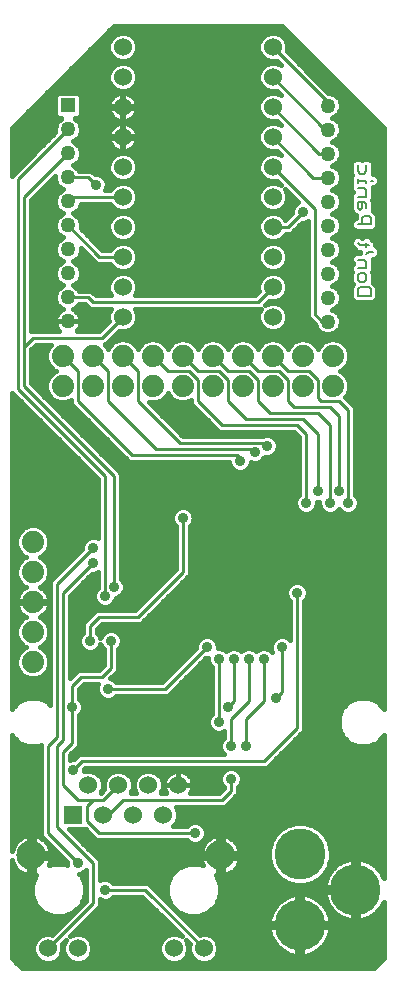
<source format=gbl>
G75*
G70*
%OFA0B0*%
%FSLAX24Y24*%
%IPPOS*%
%LPD*%
%AMOC8*
5,1,8,0,0,1.08239X$1,22.5*
%
%ADD10C,0.0080*%
%ADD11C,0.1700*%
%ADD12C,0.0740*%
%ADD13R,0.0600X0.0600*%
%ADD14C,0.0600*%
%ADD15C,0.0975*%
%ADD16R,0.0500X0.0500*%
%ADD17C,0.0500*%
%ADD18C,0.0160*%
%ADD19C,0.0356*%
%ADD20C,0.0100*%
D10*
X012394Y025101D02*
X012394Y025312D01*
X012464Y025382D01*
X012745Y025382D01*
X012815Y025312D01*
X012815Y025101D01*
X012394Y025101D01*
X012464Y025562D02*
X012394Y025632D01*
X012394Y025772D01*
X012464Y025842D01*
X012604Y025842D01*
X012675Y025772D01*
X012675Y025632D01*
X012604Y025562D01*
X012464Y025562D01*
X012394Y026022D02*
X012675Y026022D01*
X012675Y026232D01*
X012604Y026302D01*
X012394Y026302D01*
X012464Y026783D02*
X012394Y026853D01*
X012464Y026783D02*
X012745Y026783D01*
X012675Y026713D02*
X012675Y026853D01*
X012745Y026553D02*
X012675Y026483D01*
X012745Y026553D02*
X012885Y026553D01*
X012815Y027480D02*
X012815Y027690D01*
X012745Y027760D01*
X012604Y027760D01*
X012534Y027690D01*
X012534Y027480D01*
X012394Y027480D02*
X012815Y027480D01*
X012675Y028010D02*
X012675Y028150D01*
X012604Y028221D01*
X012394Y028221D01*
X012394Y028010D01*
X012464Y027940D01*
X012534Y028010D01*
X012534Y028221D01*
X012394Y028401D02*
X012675Y028401D01*
X012675Y028611D01*
X012604Y028681D01*
X012394Y028681D01*
X012394Y028861D02*
X012394Y029001D01*
X012394Y028931D02*
X012675Y028931D01*
X012675Y028861D01*
X012815Y028931D02*
X012885Y028931D01*
X012604Y029168D02*
X012464Y029168D01*
X012394Y029238D01*
X012394Y029448D01*
X012675Y029448D02*
X012675Y029238D01*
X012604Y029168D01*
D11*
X010454Y006482D03*
X010454Y004120D03*
X012305Y005301D03*
D12*
X011554Y022089D03*
X011554Y023089D03*
X010554Y023089D03*
X010554Y022089D03*
X009554Y022089D03*
X009554Y023089D03*
X008554Y023089D03*
X008554Y022089D03*
X007554Y022089D03*
X007554Y023089D03*
X006554Y023089D03*
X006554Y022089D03*
X005554Y022089D03*
X005554Y023089D03*
X004554Y023089D03*
X004554Y022089D03*
X003554Y022089D03*
X003554Y023089D03*
X002554Y023089D03*
X002554Y022089D03*
X001554Y016889D03*
X001554Y015889D03*
X001554Y014889D03*
X001554Y013889D03*
X001554Y012889D03*
D13*
X002904Y007789D03*
D14*
X003404Y008789D03*
X003904Y007789D03*
X004404Y008789D03*
X004904Y007789D03*
X005404Y008789D03*
X005904Y007789D03*
X006404Y008789D03*
X006254Y003339D03*
X007254Y003339D03*
X003054Y003339D03*
X002054Y003339D03*
X004554Y024389D03*
X004554Y025389D03*
X004554Y026389D03*
X004554Y027389D03*
X004554Y028389D03*
X004554Y029389D03*
X004554Y030389D03*
X004554Y031389D03*
X004554Y032389D03*
X004554Y033389D03*
X009554Y033389D03*
X009554Y032389D03*
X009554Y031389D03*
X009554Y030389D03*
X009554Y029389D03*
X009554Y028389D03*
X009554Y027389D03*
X009554Y026389D03*
X009554Y025389D03*
X009554Y024389D03*
D15*
X007804Y006439D03*
X001504Y006439D03*
D16*
X002724Y031439D03*
D17*
X002724Y030639D03*
X002724Y029839D03*
X002724Y029039D03*
X002724Y028239D03*
X002724Y027439D03*
X002724Y026639D03*
X002724Y025839D03*
X002724Y025039D03*
X002724Y024239D03*
X011384Y024236D03*
X011384Y025036D03*
X011384Y025836D03*
X011384Y026636D03*
X011384Y027436D03*
X011384Y028236D03*
X011384Y029036D03*
X011384Y029836D03*
X011384Y030636D03*
X011384Y031436D03*
D18*
X000854Y003013D02*
X001179Y002689D01*
X012930Y002689D01*
X013254Y003013D01*
X013254Y004899D01*
X013208Y004802D01*
X013146Y004704D01*
X013074Y004614D01*
X012992Y004532D01*
X012902Y004460D01*
X012804Y004398D01*
X012699Y004348D01*
X012590Y004310D01*
X012478Y004284D01*
X012385Y004274D01*
X012385Y005221D01*
X012225Y005221D01*
X012225Y004274D01*
X012132Y004284D01*
X012019Y004310D01*
X011910Y004348D01*
X011806Y004398D01*
X011708Y004460D01*
X011617Y004532D01*
X011536Y004614D01*
X011463Y004704D01*
X011402Y004802D01*
X011352Y004906D01*
X011313Y005016D01*
X011288Y005128D01*
X011277Y005221D01*
X012225Y005221D01*
X012225Y005381D01*
X011277Y005381D01*
X011288Y005474D01*
X011313Y005587D01*
X011352Y005696D01*
X011402Y005800D01*
X011463Y005898D01*
X011536Y005989D01*
X011617Y006070D01*
X011708Y006143D01*
X011806Y006204D01*
X011910Y006254D01*
X012019Y006293D01*
X012132Y006318D01*
X012225Y006329D01*
X012225Y005381D01*
X012385Y005381D01*
X012385Y006329D01*
X012478Y006318D01*
X012590Y006293D01*
X012699Y006254D01*
X012804Y006204D01*
X012902Y006143D01*
X012992Y006070D01*
X013074Y005989D01*
X013146Y005898D01*
X013208Y005800D01*
X013254Y005703D01*
X013254Y010462D01*
X013241Y010430D01*
X013013Y010202D01*
X012715Y010079D01*
X012393Y010079D01*
X012096Y010202D01*
X011868Y010430D01*
X011744Y010728D01*
X011744Y011050D01*
X011868Y011347D01*
X012096Y011575D01*
X012393Y011699D01*
X012715Y011699D01*
X013013Y011575D01*
X013241Y011347D01*
X013254Y011315D01*
X013254Y030689D01*
X009854Y034089D01*
X004254Y034089D01*
X000854Y030689D01*
X000854Y029095D01*
X002299Y030540D01*
X002294Y030553D01*
X002294Y030724D01*
X002359Y030882D01*
X002480Y031003D01*
X002493Y031009D01*
X002399Y031009D01*
X002294Y031114D01*
X002294Y031763D01*
X002399Y031869D01*
X003048Y031869D01*
X003154Y031763D01*
X003154Y031114D01*
X003048Y031009D01*
X002954Y031009D01*
X002967Y031003D01*
X003088Y030882D01*
X003154Y030724D01*
X003154Y030553D01*
X003088Y030395D01*
X002967Y030274D01*
X002881Y030239D01*
X002967Y030203D01*
X003088Y030082D01*
X003154Y029924D01*
X003154Y029753D01*
X003088Y029595D01*
X002967Y029474D01*
X002881Y029439D01*
X002967Y029403D01*
X003088Y029282D01*
X003094Y029269D01*
X003499Y029269D01*
X003621Y029147D01*
X003726Y029147D01*
X003857Y029092D01*
X003958Y028991D01*
X004012Y028860D01*
X004012Y028717D01*
X003971Y028619D01*
X004130Y028619D01*
X004147Y028661D01*
X004282Y028796D01*
X004459Y028869D01*
X004650Y028869D01*
X004826Y028796D01*
X004961Y028661D01*
X005034Y028484D01*
X005034Y028293D01*
X004961Y028117D01*
X004826Y027982D01*
X004650Y027909D01*
X004459Y027909D01*
X004282Y027982D01*
X004147Y028117D01*
X004130Y028159D01*
X003154Y028159D01*
X003154Y028153D01*
X003088Y027995D01*
X002967Y027874D01*
X002881Y027839D01*
X002967Y027803D01*
X003088Y027682D01*
X003154Y027524D01*
X003154Y027353D01*
X003148Y027340D01*
X003869Y026619D01*
X004130Y026619D01*
X004147Y026661D01*
X004282Y026796D01*
X004459Y026869D01*
X004650Y026869D01*
X004826Y026796D01*
X004961Y026661D01*
X005034Y026484D01*
X005034Y026293D01*
X004961Y026117D01*
X004826Y025982D01*
X004650Y025909D01*
X004459Y025909D01*
X004282Y025982D01*
X004147Y026117D01*
X004130Y026159D01*
X003869Y026159D01*
X003679Y026159D01*
X003154Y026684D01*
X003154Y026553D01*
X003088Y026395D01*
X002967Y026274D01*
X002881Y026239D01*
X002967Y026203D01*
X003088Y026082D01*
X003154Y025924D01*
X003154Y025753D01*
X003088Y025595D01*
X002967Y025474D01*
X002881Y025439D01*
X002967Y025403D01*
X003088Y025282D01*
X003094Y025269D01*
X003309Y025269D01*
X003499Y025269D01*
X003650Y025119D01*
X004147Y025119D01*
X004074Y025293D01*
X004074Y025484D01*
X004147Y025661D01*
X004282Y025796D01*
X004459Y025869D01*
X004650Y025869D01*
X004826Y025796D01*
X004961Y025661D01*
X005034Y025484D01*
X005034Y025293D01*
X004962Y025119D01*
X008959Y025119D01*
X009092Y025251D01*
X009074Y025293D01*
X009074Y025484D01*
X009147Y025661D01*
X009282Y025796D01*
X009459Y025869D01*
X009650Y025869D01*
X009826Y025796D01*
X009961Y025661D01*
X010034Y025484D01*
X010034Y025293D01*
X009961Y025117D01*
X009826Y024982D01*
X009650Y024909D01*
X009459Y024909D01*
X009417Y024926D01*
X009289Y024798D01*
X009459Y024869D01*
X009650Y024869D01*
X009826Y024796D01*
X009961Y024661D01*
X010034Y024484D01*
X010034Y024293D01*
X009961Y024117D01*
X009826Y023982D01*
X009650Y023909D01*
X009459Y023909D01*
X009282Y023982D01*
X009147Y024117D01*
X009074Y024293D01*
X009074Y024484D01*
X009147Y024659D01*
X008959Y024659D01*
X004962Y024659D01*
X005034Y024484D01*
X005034Y024293D01*
X004961Y024117D01*
X004826Y023982D01*
X004650Y023909D01*
X004459Y023909D01*
X004417Y023926D01*
X004084Y023593D01*
X003956Y023465D01*
X004021Y023400D01*
X004054Y023319D01*
X004088Y023400D01*
X004243Y023555D01*
X004445Y023639D01*
X004664Y023639D01*
X004866Y023555D01*
X005021Y023400D01*
X005054Y023319D01*
X005088Y023400D01*
X005243Y023555D01*
X005445Y023639D01*
X005664Y023639D01*
X005866Y023555D01*
X006021Y023400D01*
X006054Y023319D01*
X006088Y023400D01*
X006243Y023555D01*
X006445Y023639D01*
X006664Y023639D01*
X006866Y023555D01*
X007021Y023400D01*
X007054Y023319D01*
X007088Y023400D01*
X007243Y023555D01*
X007445Y023639D01*
X007664Y023639D01*
X007866Y023555D01*
X008021Y023400D01*
X008054Y023319D01*
X008088Y023400D01*
X008243Y023555D01*
X008445Y023639D01*
X008664Y023639D01*
X008866Y023555D01*
X009021Y023400D01*
X009054Y023319D01*
X009088Y023400D01*
X009243Y023555D01*
X009445Y023639D01*
X009664Y023639D01*
X009866Y023555D01*
X010021Y023400D01*
X010054Y023319D01*
X010088Y023400D01*
X010243Y023555D01*
X010445Y023639D01*
X010664Y023639D01*
X010866Y023555D01*
X011021Y023400D01*
X011054Y023319D01*
X011088Y023400D01*
X011243Y023555D01*
X011445Y023639D01*
X011664Y023639D01*
X011866Y023555D01*
X012021Y023400D01*
X012104Y023198D01*
X012104Y022979D01*
X012021Y022777D01*
X011866Y022622D01*
X011784Y022589D01*
X011866Y022555D01*
X012021Y022400D01*
X012104Y022198D01*
X012104Y021979D01*
X012021Y021777D01*
X011956Y021712D01*
X012150Y021519D01*
X012284Y021384D01*
X012284Y018465D01*
X012358Y018391D01*
X012412Y018260D01*
X012412Y018117D01*
X012358Y017986D01*
X012257Y017885D01*
X012126Y017831D01*
X011983Y017831D01*
X011851Y017885D01*
X011754Y017982D01*
X011657Y017885D01*
X011526Y017831D01*
X011383Y017831D01*
X011251Y017885D01*
X011151Y017986D01*
X011096Y018117D01*
X011096Y018231D01*
X011012Y018231D01*
X011012Y018117D01*
X010958Y017986D01*
X010857Y017885D01*
X010726Y017831D01*
X010583Y017831D01*
X010451Y017885D01*
X010351Y017986D01*
X010296Y018117D01*
X010296Y018260D01*
X010351Y018391D01*
X010424Y018465D01*
X010424Y020393D01*
X010259Y020559D01*
X007759Y020559D01*
X007624Y020693D01*
X006824Y021493D01*
X006824Y021605D01*
X006664Y021539D01*
X006445Y021539D01*
X006243Y021622D01*
X006088Y021777D01*
X006054Y021859D01*
X006021Y021777D01*
X005866Y021622D01*
X005664Y021539D01*
X005445Y021539D01*
X005419Y021550D01*
X006550Y020419D01*
X009159Y020419D01*
X009215Y020419D01*
X009283Y020447D01*
X009426Y020447D01*
X009557Y020392D01*
X009658Y020291D01*
X009712Y020160D01*
X009712Y020017D01*
X009658Y019886D01*
X009557Y019785D01*
X009426Y019731D01*
X009283Y019731D01*
X009277Y019733D01*
X009258Y019686D01*
X009157Y019585D01*
X009026Y019531D01*
X008883Y019531D01*
X008812Y019560D01*
X008812Y019517D01*
X008758Y019386D01*
X008657Y019285D01*
X008526Y019231D01*
X008383Y019231D01*
X008251Y019285D01*
X008151Y019386D01*
X008096Y019517D01*
X008096Y019559D01*
X004759Y019559D01*
X004624Y019693D01*
X002959Y021359D01*
X002824Y021493D01*
X002824Y021605D01*
X002664Y021539D01*
X002445Y021539D01*
X002243Y021622D01*
X002088Y021777D01*
X002004Y021979D01*
X002004Y022198D01*
X002088Y022400D01*
X002243Y022555D01*
X002324Y022589D01*
X002243Y022622D01*
X002088Y022777D01*
X002004Y022979D01*
X002004Y023198D01*
X002088Y023400D01*
X002147Y023459D01*
X001650Y023459D01*
X001484Y023293D01*
X001484Y022184D01*
X004484Y019184D01*
X004484Y018993D01*
X004484Y015665D01*
X004558Y015591D01*
X004612Y015460D01*
X004612Y015317D01*
X004558Y015186D01*
X004457Y015085D01*
X004326Y015031D01*
X004312Y015031D01*
X004312Y015017D01*
X004258Y014886D01*
X004157Y014785D01*
X004026Y014731D01*
X003883Y014731D01*
X003751Y014785D01*
X003651Y014886D01*
X003596Y015017D01*
X003596Y015160D01*
X003651Y015291D01*
X003724Y015365D01*
X003724Y015871D01*
X003626Y015831D01*
X003521Y015831D01*
X002784Y015093D01*
X002784Y012344D01*
X002924Y012484D01*
X003059Y012619D01*
X003759Y012619D01*
X003924Y012784D01*
X003924Y013312D01*
X003851Y013386D01*
X003804Y013498D01*
X003758Y013386D01*
X003657Y013285D01*
X003526Y013231D01*
X003383Y013231D01*
X003251Y013285D01*
X003151Y013386D01*
X003096Y013517D01*
X003096Y013660D01*
X003151Y013791D01*
X003224Y013865D01*
X003224Y014184D01*
X003359Y014319D01*
X003659Y014619D01*
X003850Y014619D01*
X004959Y014619D01*
X006324Y015984D01*
X006324Y017412D01*
X006251Y017486D01*
X006196Y017617D01*
X006196Y017760D01*
X006251Y017891D01*
X006351Y017992D01*
X006483Y018047D01*
X006626Y018047D01*
X006757Y017992D01*
X006858Y017891D01*
X006912Y017760D01*
X006912Y017617D01*
X006858Y017486D01*
X006784Y017412D01*
X006784Y015984D01*
X006784Y015793D01*
X005284Y014293D01*
X005150Y014159D01*
X003850Y014159D01*
X003684Y013993D01*
X003684Y013865D01*
X003758Y013791D01*
X003804Y013679D01*
X003851Y013791D01*
X003951Y013892D01*
X004083Y013947D01*
X004226Y013947D01*
X004357Y013892D01*
X004458Y013791D01*
X004512Y013660D01*
X004512Y013517D01*
X004458Y013386D01*
X004384Y013312D01*
X004384Y012593D01*
X004250Y012459D01*
X004134Y012343D01*
X004257Y012292D01*
X004331Y012219D01*
X005859Y012219D01*
X006996Y013356D01*
X006996Y013460D01*
X007051Y013591D01*
X007151Y013692D01*
X007283Y013747D01*
X007426Y013747D01*
X007557Y013692D01*
X007658Y013591D01*
X007712Y013460D01*
X007712Y013347D01*
X007826Y013347D01*
X007957Y013292D01*
X008004Y013245D01*
X008051Y013292D01*
X008183Y013347D01*
X008326Y013347D01*
X008457Y013292D01*
X008504Y013245D01*
X008551Y013292D01*
X008683Y013347D01*
X008826Y013347D01*
X008957Y013292D01*
X009004Y013245D01*
X009051Y013292D01*
X009183Y013347D01*
X009326Y013347D01*
X009457Y013292D01*
X009542Y013208D01*
X009496Y013317D01*
X009496Y013460D01*
X009551Y013591D01*
X009651Y013692D01*
X009783Y013747D01*
X009926Y013747D01*
X010057Y013692D01*
X010124Y013625D01*
X010124Y014912D01*
X010051Y014986D01*
X009996Y015117D01*
X009996Y015260D01*
X010051Y015391D01*
X010151Y015492D01*
X010283Y015547D01*
X010426Y015547D01*
X010557Y015492D01*
X010658Y015391D01*
X010712Y015260D01*
X010712Y015117D01*
X010658Y014986D01*
X010584Y014912D01*
X010584Y010784D01*
X010584Y010593D01*
X009484Y009493D01*
X009350Y009359D01*
X003300Y009359D01*
X003262Y009321D01*
X003262Y009249D01*
X003309Y009269D01*
X003500Y009269D01*
X003676Y009196D01*
X003811Y009061D01*
X003884Y008884D01*
X003884Y008693D01*
X003814Y008524D01*
X003942Y008651D01*
X003924Y008693D01*
X003924Y008884D01*
X003997Y009061D01*
X004132Y009196D01*
X004309Y009269D01*
X004500Y009269D01*
X004676Y009196D01*
X004811Y009061D01*
X004884Y008884D01*
X004884Y008693D01*
X004812Y008519D01*
X004997Y008519D01*
X004924Y008693D01*
X004924Y008884D01*
X004997Y009061D01*
X005132Y009196D01*
X005309Y009269D01*
X005500Y009269D01*
X005676Y009196D01*
X005811Y009061D01*
X005884Y008884D01*
X005884Y008693D01*
X005812Y008519D01*
X006007Y008519D01*
X005994Y008537D01*
X005959Y008604D01*
X005936Y008676D01*
X005924Y008751D01*
X005924Y008788D01*
X006404Y008788D01*
X006404Y008789D01*
X006404Y009269D01*
X006367Y009269D01*
X006292Y009257D01*
X006220Y009233D01*
X006153Y009199D01*
X006092Y009155D01*
X006038Y009101D01*
X005994Y009040D01*
X005959Y008973D01*
X005936Y008901D01*
X005924Y008826D01*
X005924Y008789D01*
X006404Y008789D01*
X006404Y008789D01*
X006404Y009269D01*
X006442Y009269D01*
X006517Y009257D01*
X006589Y009233D01*
X006656Y009199D01*
X006717Y009155D01*
X006770Y009101D01*
X006815Y009040D01*
X006849Y008973D01*
X006872Y008901D01*
X006884Y008826D01*
X006884Y008789D01*
X006405Y008789D01*
X006405Y008788D01*
X006884Y008788D01*
X006884Y008751D01*
X006872Y008676D01*
X006849Y008604D01*
X006815Y008537D01*
X006801Y008519D01*
X007759Y008519D01*
X007924Y008684D01*
X007924Y008712D01*
X007851Y008786D01*
X007796Y008917D01*
X007796Y009060D01*
X007851Y009191D01*
X007951Y009292D01*
X008083Y009347D01*
X008226Y009347D01*
X008357Y009292D01*
X008458Y009191D01*
X008512Y009060D01*
X008512Y008917D01*
X008458Y008786D01*
X008384Y008712D01*
X008384Y008684D01*
X008384Y008493D01*
X008084Y008193D01*
X007950Y008059D01*
X006312Y008059D01*
X006384Y007884D01*
X006384Y007693D01*
X006311Y007517D01*
X006213Y007419D01*
X006678Y007419D01*
X006751Y007492D01*
X006883Y007547D01*
X007026Y007547D01*
X007157Y007492D01*
X007258Y007391D01*
X007312Y007260D01*
X007312Y007117D01*
X007258Y006986D01*
X007157Y006885D01*
X007026Y006831D01*
X006883Y006831D01*
X006751Y006885D01*
X006678Y006959D01*
X003659Y006959D01*
X003524Y007093D01*
X003294Y007324D01*
X003279Y007309D01*
X002759Y007309D01*
X003650Y006419D01*
X003784Y006284D01*
X003784Y005606D01*
X003883Y005647D01*
X004026Y005647D01*
X004157Y005592D01*
X004231Y005519D01*
X005209Y005519D01*
X005400Y005519D01*
X007117Y003801D01*
X007159Y003819D01*
X007350Y003819D01*
X007526Y003746D01*
X007661Y003611D01*
X007734Y003434D01*
X007734Y003243D01*
X007661Y003067D01*
X007526Y002932D01*
X007350Y002859D01*
X007159Y002859D01*
X006982Y002932D01*
X006847Y003067D01*
X006774Y003243D01*
X006774Y003434D01*
X006792Y003476D01*
X006664Y003604D01*
X006734Y003434D01*
X006734Y003243D01*
X006661Y003067D01*
X006526Y002932D01*
X006350Y002859D01*
X006159Y002859D01*
X005982Y002932D01*
X005847Y003067D01*
X005774Y003243D01*
X005774Y003434D01*
X005847Y003611D01*
X005982Y003746D01*
X006159Y003819D01*
X006350Y003819D01*
X006519Y003748D01*
X005209Y005059D01*
X004231Y005059D01*
X004157Y004985D01*
X004026Y004931D01*
X003883Y004931D01*
X003784Y004971D01*
X003784Y004934D01*
X003784Y004743D01*
X002789Y003748D01*
X002959Y003819D01*
X003150Y003819D01*
X003326Y003746D01*
X003461Y003611D01*
X003534Y003434D01*
X003534Y003243D01*
X003461Y003067D01*
X003326Y002932D01*
X003150Y002859D01*
X002959Y002859D01*
X002782Y002932D01*
X002647Y003067D01*
X002574Y003243D01*
X002574Y003434D01*
X002645Y003604D01*
X002517Y003476D01*
X002534Y003434D01*
X002534Y003243D01*
X002461Y003067D01*
X002326Y002932D01*
X002150Y002859D01*
X001959Y002859D01*
X001782Y002932D01*
X001647Y003067D01*
X001574Y003243D01*
X001574Y003434D01*
X001647Y003611D01*
X001782Y003746D01*
X001959Y003819D01*
X002150Y003819D01*
X002192Y003801D01*
X003324Y004934D01*
X003324Y005952D01*
X003257Y005885D01*
X003126Y005831D01*
X003107Y005831D01*
X003150Y005787D01*
X003284Y005464D01*
X003284Y005114D01*
X003150Y004790D01*
X002903Y004543D01*
X002579Y004409D01*
X002229Y004409D01*
X001906Y004543D01*
X001658Y004790D01*
X001524Y005114D01*
X001524Y005464D01*
X001658Y005787D01*
X001661Y005789D01*
X001635Y005783D01*
X001584Y005776D01*
X001584Y006358D01*
X001424Y006358D01*
X001424Y005776D01*
X001374Y005783D01*
X001289Y005805D01*
X001208Y005839D01*
X001133Y005882D01*
X001063Y005936D01*
X001001Y005998D01*
X000948Y006067D01*
X000904Y006143D01*
X000871Y006224D01*
X000854Y006286D01*
X000854Y003013D01*
X000854Y003023D02*
X001691Y003023D01*
X001600Y003181D02*
X000854Y003181D01*
X000854Y003340D02*
X001574Y003340D01*
X001601Y003498D02*
X000854Y003498D01*
X000854Y003657D02*
X001694Y003657D01*
X001951Y003816D02*
X000854Y003816D01*
X000854Y003974D02*
X002365Y003974D01*
X002523Y004133D02*
X000854Y004133D01*
X000854Y004291D02*
X002682Y004291D01*
X002678Y004450D02*
X002840Y004450D01*
X002968Y004608D02*
X002999Y004608D01*
X003127Y004767D02*
X003157Y004767D01*
X003206Y004925D02*
X003316Y004925D01*
X003324Y005084D02*
X003272Y005084D01*
X003284Y005242D02*
X003324Y005242D01*
X003324Y005401D02*
X003284Y005401D01*
X003245Y005560D02*
X003324Y005560D01*
X003324Y005718D02*
X003179Y005718D01*
X003237Y005877D02*
X003324Y005877D01*
X003557Y006511D02*
X007724Y006511D01*
X007724Y006519D02*
X007724Y006359D01*
X007142Y006359D01*
X007148Y006308D01*
X007171Y006224D01*
X007204Y006143D01*
X007224Y006109D01*
X007079Y006169D01*
X006729Y006169D01*
X006406Y006035D01*
X006158Y005787D01*
X006024Y005464D01*
X006024Y005114D01*
X006158Y004790D01*
X006406Y004543D01*
X006729Y004409D01*
X007079Y004409D01*
X007403Y004543D01*
X007650Y004790D01*
X007784Y005114D01*
X007784Y005464D01*
X007650Y005787D01*
X007648Y005790D01*
X007674Y005783D01*
X007724Y005776D01*
X007724Y006358D01*
X007884Y006358D01*
X007884Y005776D01*
X007935Y005783D01*
X008019Y005805D01*
X008100Y005839D01*
X008176Y005882D01*
X008245Y005936D01*
X008307Y005998D01*
X008361Y006067D01*
X008404Y006143D01*
X008438Y006224D01*
X008460Y006308D01*
X008467Y006359D01*
X007884Y006359D01*
X007884Y006519D01*
X007724Y006519D01*
X007724Y007101D01*
X007674Y007095D01*
X007589Y007072D01*
X007508Y007039D01*
X007433Y006995D01*
X007363Y006942D01*
X007301Y006880D01*
X007248Y006810D01*
X007204Y006735D01*
X007171Y006654D01*
X007148Y006569D01*
X007142Y006519D01*
X007724Y006519D01*
X007724Y006669D02*
X007884Y006669D01*
X007884Y006519D02*
X007884Y007101D01*
X007935Y007095D01*
X008019Y007072D01*
X008100Y007039D01*
X008176Y006995D01*
X008245Y006942D01*
X008307Y006880D01*
X008361Y006810D01*
X008404Y006735D01*
X008438Y006654D01*
X008460Y006569D01*
X008467Y006519D01*
X007884Y006519D01*
X007884Y006511D02*
X009424Y006511D01*
X009424Y006618D02*
X009424Y006347D01*
X009495Y006085D01*
X009630Y005850D01*
X009822Y005658D01*
X010057Y005523D01*
X010319Y005452D01*
X010590Y005452D01*
X010852Y005523D01*
X011087Y005658D01*
X011279Y005850D01*
X011414Y006085D01*
X011484Y006347D01*
X011484Y006618D01*
X011414Y006880D01*
X011279Y007115D01*
X011087Y007307D01*
X010852Y007442D01*
X010590Y007512D01*
X010319Y007512D01*
X010057Y007442D01*
X009822Y007307D01*
X009630Y007115D01*
X009495Y006880D01*
X009424Y006618D01*
X009438Y006669D02*
X008431Y006669D01*
X008347Y006828D02*
X009481Y006828D01*
X009556Y006986D02*
X008187Y006986D01*
X007884Y006986D02*
X007724Y006986D01*
X007724Y006828D02*
X007884Y006828D01*
X007884Y006352D02*
X007724Y006352D01*
X007724Y006194D02*
X007884Y006194D01*
X007884Y006035D02*
X007724Y006035D01*
X007724Y005877D02*
X007884Y005877D01*
X007679Y005718D02*
X009762Y005718D01*
X009615Y005877D02*
X008166Y005877D01*
X008336Y006035D02*
X009523Y006035D01*
X009465Y006194D02*
X008425Y006194D01*
X008466Y006352D02*
X009424Y006352D01*
X009660Y007145D02*
X007312Y007145D01*
X007294Y007304D02*
X009819Y007304D01*
X010131Y007462D02*
X007187Y007462D01*
X007258Y006986D02*
X007422Y006986D01*
X007262Y006828D02*
X003240Y006828D01*
X003082Y006986D02*
X003631Y006986D01*
X003473Y007145D02*
X002923Y007145D01*
X002765Y007304D02*
X003314Y007304D01*
X003399Y006669D02*
X007177Y006669D01*
X007142Y006352D02*
X003716Y006352D01*
X003784Y006194D02*
X007183Y006194D01*
X007745Y005560D02*
X009993Y005560D01*
X010169Y005111D02*
X010060Y005073D01*
X009955Y005023D01*
X009857Y004961D01*
X009767Y004889D01*
X009685Y004808D01*
X009613Y004717D01*
X009551Y004619D01*
X009501Y004515D01*
X009463Y004406D01*
X009437Y004293D01*
X009427Y004200D01*
X010374Y004200D01*
X010374Y004040D01*
X009427Y004040D01*
X009437Y003947D01*
X009463Y003835D01*
X009501Y003725D01*
X009551Y003621D01*
X009613Y003523D01*
X009685Y003433D01*
X009767Y003351D01*
X009857Y003279D01*
X009955Y003217D01*
X010060Y003167D01*
X010169Y003129D01*
X010281Y003103D01*
X010374Y003093D01*
X010374Y004040D01*
X010534Y004040D01*
X010534Y003093D01*
X010627Y003103D01*
X010740Y003129D01*
X010849Y003167D01*
X010953Y003217D01*
X011051Y003279D01*
X011142Y003351D01*
X011224Y003433D01*
X011296Y003523D01*
X011357Y003621D01*
X011407Y003725D01*
X011446Y003835D01*
X011471Y003947D01*
X011482Y004040D01*
X010534Y004040D01*
X010534Y004200D01*
X010374Y004200D01*
X010374Y005148D01*
X010281Y005137D01*
X010169Y005111D01*
X010090Y005084D02*
X007772Y005084D01*
X007784Y005242D02*
X012225Y005242D01*
X012225Y005084D02*
X012385Y005084D01*
X012385Y004925D02*
X012225Y004925D01*
X012225Y004767D02*
X012385Y004767D01*
X012385Y004608D02*
X012225Y004608D01*
X012225Y004450D02*
X012385Y004450D01*
X012385Y004291D02*
X012225Y004291D01*
X012101Y004291D02*
X011472Y004291D01*
X011471Y004293D02*
X011446Y004406D01*
X011407Y004515D01*
X011357Y004619D01*
X011296Y004717D01*
X011224Y004808D01*
X011142Y004889D01*
X011051Y004961D01*
X010953Y005023D01*
X010849Y005073D01*
X010740Y005111D01*
X010627Y005137D01*
X010534Y005148D01*
X010534Y004200D01*
X011482Y004200D01*
X011471Y004293D01*
X011430Y004450D02*
X011724Y004450D01*
X011541Y004608D02*
X011362Y004608D01*
X011424Y004767D02*
X011256Y004767D01*
X011345Y004925D02*
X011097Y004925D01*
X011298Y005084D02*
X010819Y005084D01*
X010916Y005560D02*
X011307Y005560D01*
X011279Y005401D02*
X007784Y005401D01*
X007706Y004925D02*
X009812Y004925D01*
X009653Y004767D02*
X007627Y004767D01*
X007468Y004608D02*
X009546Y004608D01*
X009478Y004450D02*
X007178Y004450D01*
X006944Y003974D02*
X009434Y003974D01*
X009470Y003816D02*
X007357Y003816D01*
X007615Y003657D02*
X009534Y003657D01*
X009633Y003498D02*
X007708Y003498D01*
X007734Y003340D02*
X009781Y003340D01*
X010030Y003181D02*
X007709Y003181D01*
X007617Y003023D02*
X013254Y003023D01*
X013254Y003181D02*
X010879Y003181D01*
X011128Y003340D02*
X013254Y003340D01*
X013254Y003498D02*
X011276Y003498D01*
X011374Y003657D02*
X013254Y003657D01*
X013254Y003816D02*
X011439Y003816D01*
X011474Y003974D02*
X013254Y003974D01*
X013254Y004133D02*
X010534Y004133D01*
X010534Y004291D02*
X010374Y004291D01*
X010374Y004133D02*
X006786Y004133D01*
X006769Y003498D02*
X006708Y003498D01*
X006734Y003340D02*
X006774Y003340D01*
X006800Y003181D02*
X006709Y003181D01*
X006617Y003023D02*
X006891Y003023D01*
X007145Y002864D02*
X006363Y002864D01*
X006145Y002864D02*
X003163Y002864D01*
X002945Y002864D02*
X002163Y002864D01*
X001945Y002864D02*
X001003Y002864D01*
X001161Y002706D02*
X012947Y002706D01*
X013106Y002864D02*
X007363Y002864D01*
X007151Y003816D02*
X007103Y003816D01*
X006627Y004291D02*
X009437Y004291D01*
X010374Y004450D02*
X010534Y004450D01*
X010534Y004608D02*
X010374Y004608D01*
X010374Y004767D02*
X010534Y004767D01*
X010534Y004925D02*
X010374Y004925D01*
X010374Y005084D02*
X010534Y005084D01*
X010534Y003974D02*
X010374Y003974D01*
X010374Y003816D02*
X010534Y003816D01*
X010534Y003657D02*
X010374Y003657D01*
X010374Y003498D02*
X010534Y003498D01*
X010534Y003340D02*
X010374Y003340D01*
X010374Y003181D02*
X010534Y003181D01*
X011147Y005718D02*
X011362Y005718D01*
X011294Y005877D02*
X011450Y005877D01*
X011385Y006035D02*
X011582Y006035D01*
X011443Y006194D02*
X011789Y006194D01*
X011484Y006352D02*
X013254Y006352D01*
X013254Y006194D02*
X012820Y006194D01*
X013027Y006035D02*
X013254Y006035D01*
X013254Y005877D02*
X013160Y005877D01*
X013247Y005718D02*
X013254Y005718D01*
X013254Y006511D02*
X011484Y006511D01*
X011471Y006669D02*
X013254Y006669D01*
X013254Y006828D02*
X011428Y006828D01*
X011353Y006986D02*
X013254Y006986D01*
X013254Y007145D02*
X011248Y007145D01*
X011090Y007304D02*
X013254Y007304D01*
X013254Y007462D02*
X010778Y007462D01*
X009831Y009840D02*
X013254Y009840D01*
X013254Y009682D02*
X009673Y009682D01*
X009514Y009523D02*
X013254Y009523D01*
X013254Y009365D02*
X009355Y009365D01*
X009990Y009999D02*
X013254Y009999D01*
X013254Y010157D02*
X012905Y010157D01*
X013127Y010316D02*
X013254Y010316D01*
X013254Y011426D02*
X013163Y011426D01*
X013254Y011584D02*
X012992Y011584D01*
X013254Y011743D02*
X010584Y011743D01*
X010584Y011901D02*
X013254Y011901D01*
X013254Y012060D02*
X010584Y012060D01*
X010584Y012218D02*
X013254Y012218D01*
X013254Y012377D02*
X010584Y012377D01*
X010584Y012535D02*
X013254Y012535D01*
X013254Y012694D02*
X010584Y012694D01*
X010584Y012853D02*
X013254Y012853D01*
X013254Y013011D02*
X010584Y013011D01*
X010584Y013170D02*
X013254Y013170D01*
X013254Y013328D02*
X010584Y013328D01*
X010584Y013487D02*
X013254Y013487D01*
X013254Y013645D02*
X010584Y013645D01*
X010584Y013804D02*
X013254Y013804D01*
X013254Y013962D02*
X010584Y013962D01*
X010584Y014121D02*
X013254Y014121D01*
X013254Y014279D02*
X010584Y014279D01*
X010584Y014438D02*
X013254Y014438D01*
X013254Y014596D02*
X010584Y014596D01*
X010584Y014755D02*
X013254Y014755D01*
X013254Y014914D02*
X010586Y014914D01*
X010694Y015072D02*
X013254Y015072D01*
X013254Y015231D02*
X010712Y015231D01*
X010659Y015389D02*
X013254Y015389D01*
X013254Y015548D02*
X006539Y015548D01*
X006697Y015706D02*
X013254Y015706D01*
X013254Y015865D02*
X006784Y015865D01*
X006784Y016023D02*
X013254Y016023D01*
X013254Y016182D02*
X006784Y016182D01*
X006784Y016340D02*
X013254Y016340D01*
X013254Y016499D02*
X006784Y016499D01*
X006784Y016658D02*
X013254Y016658D01*
X013254Y016816D02*
X006784Y016816D01*
X006784Y016975D02*
X013254Y016975D01*
X013254Y017133D02*
X006784Y017133D01*
X006784Y017292D02*
X013254Y017292D01*
X013254Y017450D02*
X006822Y017450D01*
X006909Y017609D02*
X013254Y017609D01*
X013254Y017767D02*
X006909Y017767D01*
X006823Y017926D02*
X010411Y017926D01*
X010310Y018084D02*
X004484Y018084D01*
X004484Y017926D02*
X006285Y017926D01*
X006199Y017767D02*
X004484Y017767D01*
X004484Y017609D02*
X006200Y017609D01*
X006286Y017450D02*
X004484Y017450D01*
X004484Y017292D02*
X006324Y017292D01*
X006324Y017133D02*
X004484Y017133D01*
X004484Y016975D02*
X006324Y016975D01*
X006324Y016816D02*
X004484Y016816D01*
X004484Y016658D02*
X006324Y016658D01*
X006324Y016499D02*
X004484Y016499D01*
X004484Y016340D02*
X006324Y016340D01*
X006324Y016182D02*
X004484Y016182D01*
X004484Y016023D02*
X006324Y016023D01*
X006205Y015865D02*
X004484Y015865D01*
X004484Y015706D02*
X006047Y015706D01*
X005888Y015548D02*
X004576Y015548D01*
X004612Y015389D02*
X005730Y015389D01*
X005571Y015231D02*
X004576Y015231D01*
X004426Y015072D02*
X005413Y015072D01*
X005254Y014914D02*
X004269Y014914D01*
X004085Y014755D02*
X005095Y014755D01*
X005429Y014438D02*
X010124Y014438D01*
X010124Y014596D02*
X005587Y014596D01*
X005746Y014755D02*
X010124Y014755D01*
X010123Y014914D02*
X005904Y014914D01*
X006063Y015072D02*
X010015Y015072D01*
X009996Y015231D02*
X006222Y015231D01*
X006380Y015389D02*
X010050Y015389D01*
X010124Y014279D02*
X005270Y014279D01*
X006017Y012377D02*
X004168Y012377D01*
X004326Y012535D02*
X006176Y012535D01*
X006334Y012694D02*
X004384Y012694D01*
X004384Y012853D02*
X006493Y012853D01*
X006509Y012218D02*
X007524Y012218D01*
X007524Y012060D02*
X006351Y012060D01*
X006192Y011901D02*
X007524Y011901D01*
X007524Y011743D02*
X004315Y011743D01*
X004331Y011759D02*
X006050Y011759D01*
X006184Y011893D01*
X007321Y013031D01*
X007396Y013031D01*
X007396Y012917D01*
X007451Y012786D01*
X007524Y012712D01*
X007524Y011165D01*
X007451Y011091D01*
X007396Y010960D01*
X007396Y010817D01*
X007451Y010686D01*
X007551Y010585D01*
X007683Y010531D01*
X007826Y010531D01*
X007924Y010571D01*
X007924Y010365D01*
X007851Y010291D01*
X007796Y010160D01*
X007796Y010017D01*
X007851Y009886D01*
X007918Y009819D01*
X003300Y009819D01*
X003109Y009819D01*
X002937Y009647D01*
X002833Y009647D01*
X002784Y009626D01*
X002784Y009793D01*
X003084Y010093D01*
X003084Y010284D01*
X003084Y011112D01*
X003158Y011186D01*
X003212Y011317D01*
X003212Y011460D01*
X003158Y011591D01*
X003084Y011665D01*
X003084Y011993D01*
X003250Y012159D01*
X003737Y012159D01*
X003696Y012060D01*
X003696Y011917D01*
X003751Y011786D01*
X003851Y011685D01*
X003983Y011631D01*
X004126Y011631D01*
X004257Y011685D01*
X004331Y011759D01*
X003834Y012694D02*
X002784Y012694D01*
X002784Y012853D02*
X003924Y012853D01*
X003924Y013011D02*
X002784Y013011D01*
X002784Y013170D02*
X003924Y013170D01*
X003908Y013328D02*
X003700Y013328D01*
X003800Y013487D02*
X003809Y013487D01*
X003863Y013804D02*
X003746Y013804D01*
X003684Y013962D02*
X010124Y013962D01*
X010124Y013804D02*
X004446Y013804D01*
X004512Y013645D02*
X007104Y013645D01*
X007007Y013487D02*
X004500Y013487D01*
X004400Y013328D02*
X006969Y013328D01*
X006810Y013170D02*
X004384Y013170D01*
X004384Y013011D02*
X006651Y013011D01*
X006985Y012694D02*
X007524Y012694D01*
X007524Y012535D02*
X006826Y012535D01*
X006668Y012377D02*
X007524Y012377D01*
X007423Y012853D02*
X007143Y012853D01*
X007302Y013011D02*
X007396Y013011D01*
X007701Y013487D02*
X009507Y013487D01*
X009496Y013328D02*
X009370Y013328D01*
X009604Y013645D02*
X007604Y013645D01*
X007870Y013328D02*
X008138Y013328D01*
X008370Y013328D02*
X008638Y013328D01*
X008870Y013328D02*
X009138Y013328D01*
X010104Y013645D02*
X010124Y013645D01*
X010124Y014121D02*
X003812Y014121D01*
X003637Y014596D02*
X002784Y014596D01*
X002784Y014438D02*
X003478Y014438D01*
X003320Y014279D02*
X002784Y014279D01*
X002784Y014121D02*
X003224Y014121D01*
X003224Y013962D02*
X002784Y013962D01*
X002784Y013804D02*
X003163Y013804D01*
X003096Y013645D02*
X002784Y013645D01*
X002784Y013487D02*
X003109Y013487D01*
X003208Y013328D02*
X002784Y013328D01*
X002784Y012535D02*
X002976Y012535D01*
X003151Y012060D02*
X003696Y012060D01*
X003703Y011901D02*
X003084Y011901D01*
X003084Y011743D02*
X003794Y011743D01*
X003161Y011584D02*
X007524Y011584D01*
X007524Y011426D02*
X003212Y011426D01*
X003192Y011267D02*
X007524Y011267D01*
X007468Y011109D02*
X003084Y011109D01*
X003084Y010950D02*
X007396Y010950D01*
X007407Y010791D02*
X003084Y010791D01*
X003084Y010633D02*
X007504Y010633D01*
X007875Y010316D02*
X003084Y010316D01*
X003084Y010474D02*
X007924Y010474D01*
X007796Y010157D02*
X003084Y010157D01*
X002990Y009999D02*
X007804Y009999D01*
X007896Y009840D02*
X002831Y009840D01*
X002784Y009682D02*
X002972Y009682D01*
X003651Y009206D02*
X004158Y009206D01*
X003992Y009047D02*
X003817Y009047D01*
X003882Y008889D02*
X003926Y008889D01*
X003924Y008730D02*
X003884Y008730D01*
X003862Y008572D02*
X003834Y008572D01*
X004651Y009206D02*
X005158Y009206D01*
X004992Y009047D02*
X004817Y009047D01*
X004882Y008889D02*
X004926Y008889D01*
X004924Y008730D02*
X004884Y008730D01*
X004834Y008572D02*
X004975Y008572D01*
X005651Y009206D02*
X006166Y009206D01*
X005999Y009047D02*
X005817Y009047D01*
X005882Y008889D02*
X005934Y008889D01*
X005928Y008730D02*
X005884Y008730D01*
X005834Y008572D02*
X005976Y008572D01*
X006404Y008889D02*
X006404Y008889D01*
X006404Y009047D02*
X006404Y009047D01*
X006404Y009206D02*
X006404Y009206D01*
X006642Y009206D02*
X007865Y009206D01*
X007796Y009047D02*
X006810Y009047D01*
X006874Y008889D02*
X007808Y008889D01*
X007906Y008730D02*
X006881Y008730D01*
X006833Y008572D02*
X007812Y008572D01*
X007987Y008096D02*
X013254Y008096D01*
X013254Y007938D02*
X006362Y007938D01*
X006384Y007779D02*
X013254Y007779D01*
X013254Y007621D02*
X006354Y007621D01*
X006256Y007462D02*
X006721Y007462D01*
X006407Y006035D02*
X003784Y006035D01*
X003784Y005877D02*
X006248Y005877D01*
X006130Y005718D02*
X003784Y005718D01*
X003784Y004925D02*
X005342Y004925D01*
X005501Y004767D02*
X003784Y004767D01*
X003649Y004608D02*
X005659Y004608D01*
X005818Y004450D02*
X003491Y004450D01*
X003332Y004291D02*
X005977Y004291D01*
X006135Y004133D02*
X003174Y004133D01*
X003015Y003974D02*
X006294Y003974D01*
X006357Y003816D02*
X006452Y003816D01*
X006151Y003816D02*
X003157Y003816D01*
X002951Y003816D02*
X002856Y003816D01*
X002601Y003498D02*
X002539Y003498D01*
X002534Y003340D02*
X002574Y003340D01*
X002600Y003181D02*
X002509Y003181D01*
X002417Y003023D02*
X002691Y003023D01*
X002206Y003816D02*
X002157Y003816D01*
X002130Y004450D02*
X000854Y004450D01*
X000854Y004608D02*
X001840Y004608D01*
X001682Y004767D02*
X000854Y004767D01*
X000854Y004925D02*
X001602Y004925D01*
X001537Y005084D02*
X000854Y005084D01*
X000854Y005242D02*
X001524Y005242D01*
X001524Y005401D02*
X000854Y005401D01*
X000854Y005560D02*
X001564Y005560D01*
X001630Y005718D02*
X000854Y005718D01*
X000854Y005877D02*
X001143Y005877D01*
X000973Y006035D02*
X000854Y006035D01*
X000854Y006194D02*
X000883Y006194D01*
X000854Y006592D02*
X000854Y010462D01*
X000868Y010430D01*
X001096Y010202D01*
X001393Y010079D01*
X001715Y010079D01*
X001824Y010124D01*
X001824Y009993D01*
X001824Y007284D01*
X001824Y007093D01*
X002696Y006221D01*
X002696Y006120D01*
X002579Y006169D01*
X002229Y006169D01*
X002085Y006109D01*
X002104Y006143D01*
X002138Y006224D01*
X002160Y006308D01*
X002167Y006359D01*
X001584Y006359D01*
X001584Y006519D01*
X001424Y006519D01*
X001424Y007101D01*
X001374Y007095D01*
X001289Y007072D01*
X001208Y007039D01*
X001133Y006995D01*
X001063Y006942D01*
X001001Y006880D01*
X000948Y006810D01*
X000904Y006735D01*
X000871Y006654D01*
X000854Y006592D01*
X000854Y006669D02*
X000877Y006669D01*
X000854Y006828D02*
X000962Y006828D01*
X000854Y006986D02*
X001122Y006986D01*
X000854Y007145D02*
X001824Y007145D01*
X001800Y007039D02*
X001719Y007072D01*
X001635Y007095D01*
X001584Y007101D01*
X001584Y006519D01*
X002167Y006519D01*
X002160Y006569D01*
X002138Y006654D01*
X002104Y006735D01*
X002061Y006810D01*
X002007Y006880D01*
X001945Y006942D01*
X001876Y006995D01*
X001800Y007039D01*
X001887Y006986D02*
X001931Y006986D01*
X002047Y006828D02*
X002090Y006828D01*
X002131Y006669D02*
X002248Y006669D01*
X002166Y006352D02*
X002565Y006352D01*
X002696Y006194D02*
X002125Y006194D01*
X002407Y006511D02*
X001584Y006511D01*
X001584Y006669D02*
X001424Y006669D01*
X001424Y006828D02*
X001584Y006828D01*
X001584Y006986D02*
X001424Y006986D01*
X001824Y007304D02*
X000854Y007304D01*
X000854Y007462D02*
X001824Y007462D01*
X001824Y007621D02*
X000854Y007621D01*
X000854Y007779D02*
X001824Y007779D01*
X001824Y007938D02*
X000854Y007938D01*
X000854Y008096D02*
X001824Y008096D01*
X001824Y008255D02*
X000854Y008255D01*
X000854Y008413D02*
X001824Y008413D01*
X001824Y008572D02*
X000854Y008572D01*
X000854Y008730D02*
X001824Y008730D01*
X001824Y008889D02*
X000854Y008889D01*
X000854Y009047D02*
X001824Y009047D01*
X001824Y009206D02*
X000854Y009206D01*
X000854Y009365D02*
X001824Y009365D01*
X001824Y009523D02*
X000854Y009523D01*
X000854Y009682D02*
X001824Y009682D01*
X001824Y009840D02*
X000854Y009840D01*
X000854Y009999D02*
X001824Y009999D01*
X001204Y010157D02*
X000854Y010157D01*
X000854Y010316D02*
X000982Y010316D01*
X000854Y011315D02*
X000854Y021863D01*
X000959Y021759D01*
X003724Y018993D01*
X003724Y017006D01*
X003626Y017047D01*
X003483Y017047D01*
X003351Y016992D01*
X003251Y016891D01*
X003196Y016760D01*
X003196Y016656D01*
X002124Y015584D01*
X002124Y015393D01*
X002124Y011464D01*
X002013Y011575D01*
X001715Y011699D01*
X001393Y011699D01*
X001096Y011575D01*
X000868Y011347D01*
X000854Y011315D01*
X000854Y011426D02*
X000946Y011426D01*
X000854Y011584D02*
X001117Y011584D01*
X000854Y011743D02*
X002124Y011743D01*
X002124Y011901D02*
X000854Y011901D01*
X000854Y012060D02*
X002124Y012060D01*
X002124Y012218D02*
X000854Y012218D01*
X000854Y012377D02*
X001353Y012377D01*
X001445Y012339D02*
X001243Y012422D01*
X001088Y012577D01*
X001004Y012779D01*
X001004Y012998D01*
X001088Y013200D01*
X001243Y013355D01*
X001324Y013389D01*
X001243Y013422D01*
X001088Y013577D01*
X001004Y013779D01*
X001004Y013998D01*
X001088Y014200D01*
X001243Y014355D01*
X001324Y014389D01*
X001266Y014418D01*
X001196Y014469D01*
X001135Y014530D01*
X001084Y014600D01*
X001045Y014678D01*
X001018Y014760D01*
X001004Y014845D01*
X001004Y014869D01*
X001534Y014869D01*
X001534Y014909D01*
X001004Y014909D01*
X001004Y014932D01*
X001018Y015017D01*
X001045Y015100D01*
X001084Y015177D01*
X001135Y015247D01*
X001196Y015308D01*
X001266Y015359D01*
X001324Y015389D01*
X001243Y015422D01*
X001088Y015577D01*
X001004Y015779D01*
X001004Y015998D01*
X001088Y016200D01*
X001243Y016355D01*
X001324Y016389D01*
X001243Y016422D01*
X001088Y016577D01*
X001004Y016779D01*
X001004Y016998D01*
X001088Y017200D01*
X001243Y017355D01*
X001445Y017439D01*
X001664Y017439D01*
X001866Y017355D01*
X002021Y017200D01*
X002104Y016998D01*
X002104Y016779D01*
X002021Y016577D01*
X001866Y016422D01*
X001784Y016389D01*
X001866Y016355D01*
X002021Y016200D01*
X002104Y015998D01*
X002104Y015779D01*
X002021Y015577D01*
X001866Y015422D01*
X001784Y015389D01*
X001843Y015359D01*
X001913Y015308D01*
X001974Y015247D01*
X002025Y015177D01*
X002064Y015100D01*
X002091Y015017D01*
X002104Y014932D01*
X002104Y014909D01*
X001575Y014909D01*
X001575Y014869D01*
X002104Y014869D01*
X002104Y014845D01*
X002091Y014760D01*
X002064Y014678D01*
X002025Y014600D01*
X001974Y014530D01*
X001913Y014469D01*
X001843Y014418D01*
X001784Y014389D01*
X001866Y014355D01*
X002021Y014200D01*
X002104Y013998D01*
X002104Y013779D01*
X002021Y013577D01*
X001866Y013422D01*
X001784Y013389D01*
X001866Y013355D01*
X002021Y013200D01*
X002104Y012998D01*
X002104Y012779D01*
X002021Y012577D01*
X001866Y012422D01*
X001664Y012339D01*
X001445Y012339D01*
X001756Y012377D02*
X002124Y012377D01*
X002124Y012535D02*
X001979Y012535D01*
X002069Y012694D02*
X002124Y012694D01*
X002124Y012853D02*
X002104Y012853D01*
X002099Y013011D02*
X002124Y013011D01*
X002124Y013170D02*
X002033Y013170D01*
X002124Y013328D02*
X001893Y013328D01*
X001930Y013487D02*
X002124Y013487D01*
X002124Y013645D02*
X002049Y013645D01*
X002104Y013804D02*
X002124Y013804D01*
X002124Y013962D02*
X002104Y013962D01*
X002124Y014121D02*
X002053Y014121D01*
X002124Y014279D02*
X001941Y014279D01*
X001870Y014438D02*
X002124Y014438D01*
X002124Y014596D02*
X002022Y014596D01*
X002089Y014755D02*
X002124Y014755D01*
X002124Y014914D02*
X002104Y014914D01*
X002124Y015072D02*
X002073Y015072D01*
X002124Y015231D02*
X001986Y015231D01*
X002124Y015389D02*
X001786Y015389D01*
X001991Y015548D02*
X002124Y015548D01*
X002074Y015706D02*
X002247Y015706D01*
X002104Y015865D02*
X002405Y015865D01*
X002564Y016023D02*
X002094Y016023D01*
X002028Y016182D02*
X002722Y016182D01*
X002881Y016340D02*
X001880Y016340D01*
X001942Y016499D02*
X003039Y016499D01*
X003196Y016658D02*
X002054Y016658D01*
X002104Y016816D02*
X003220Y016816D01*
X003334Y016975D02*
X002104Y016975D01*
X002048Y017133D02*
X003724Y017133D01*
X003724Y017292D02*
X001929Y017292D01*
X001180Y017292D02*
X000854Y017292D01*
X000854Y017450D02*
X003724Y017450D01*
X003724Y017609D02*
X000854Y017609D01*
X000854Y017767D02*
X003724Y017767D01*
X003724Y017926D02*
X000854Y017926D01*
X000854Y018084D02*
X003724Y018084D01*
X003724Y018243D02*
X000854Y018243D01*
X000854Y018402D02*
X003724Y018402D01*
X003724Y018560D02*
X000854Y018560D01*
X000854Y018719D02*
X003724Y018719D01*
X003724Y018877D02*
X000854Y018877D01*
X000854Y019036D02*
X003682Y019036D01*
X003523Y019194D02*
X000854Y019194D01*
X000854Y019353D02*
X003365Y019353D01*
X003206Y019511D02*
X000854Y019511D01*
X000854Y019670D02*
X003048Y019670D01*
X002889Y019828D02*
X000854Y019828D01*
X000854Y019987D02*
X002731Y019987D01*
X002572Y020146D02*
X000854Y020146D01*
X000854Y020304D02*
X002414Y020304D01*
X002255Y020463D02*
X000854Y020463D01*
X000854Y020621D02*
X002097Y020621D01*
X001938Y020780D02*
X000854Y020780D01*
X000854Y020938D02*
X001779Y020938D01*
X001621Y021097D02*
X000854Y021097D01*
X000854Y021255D02*
X001462Y021255D01*
X001304Y021414D02*
X000854Y021414D01*
X000854Y021572D02*
X001145Y021572D01*
X000987Y021731D02*
X000854Y021731D01*
X001484Y022207D02*
X002008Y022207D01*
X002004Y022048D02*
X001620Y022048D01*
X001779Y021889D02*
X002041Y021889D01*
X002134Y021731D02*
X001937Y021731D01*
X002096Y021572D02*
X002363Y021572D01*
X002254Y021414D02*
X002904Y021414D01*
X002824Y021572D02*
X002745Y021572D01*
X002571Y021097D02*
X003221Y021097D01*
X003062Y021255D02*
X002413Y021255D01*
X002730Y020938D02*
X003379Y020938D01*
X003538Y020780D02*
X002889Y020780D01*
X003047Y020621D02*
X003697Y020621D01*
X003855Y020463D02*
X003206Y020463D01*
X003364Y020304D02*
X004014Y020304D01*
X004172Y020146D02*
X003523Y020146D01*
X003681Y019987D02*
X004331Y019987D01*
X004489Y019828D02*
X003840Y019828D01*
X003998Y019670D02*
X004648Y019670D01*
X004474Y019194D02*
X010424Y019194D01*
X010424Y019036D02*
X004484Y019036D01*
X004484Y018877D02*
X010424Y018877D01*
X010424Y018719D02*
X004484Y018719D01*
X004484Y018560D02*
X010424Y018560D01*
X010361Y018402D02*
X004484Y018402D01*
X004484Y018243D02*
X010296Y018243D01*
X010424Y019353D02*
X008725Y019353D01*
X008810Y019511D02*
X010424Y019511D01*
X010424Y019670D02*
X009242Y019670D01*
X009601Y019828D02*
X010424Y019828D01*
X010424Y019987D02*
X009700Y019987D01*
X009712Y020146D02*
X010424Y020146D01*
X010424Y020304D02*
X009645Y020304D01*
X010355Y020463D02*
X006506Y020463D01*
X006347Y020621D02*
X007697Y020621D01*
X007538Y020780D02*
X006189Y020780D01*
X006030Y020938D02*
X007379Y020938D01*
X007221Y021097D02*
X005871Y021097D01*
X005713Y021255D02*
X007062Y021255D01*
X006904Y021414D02*
X005554Y021414D01*
X005745Y021572D02*
X006363Y021572D01*
X006134Y021731D02*
X005974Y021731D01*
X006745Y021572D02*
X006824Y021572D01*
X006946Y023475D02*
X007163Y023475D01*
X007432Y023633D02*
X006676Y023633D01*
X006432Y023633D02*
X005676Y023633D01*
X005432Y023633D02*
X004676Y023633D01*
X004751Y023951D02*
X009358Y023951D01*
X009432Y023633D02*
X008676Y023633D01*
X008432Y023633D02*
X007676Y023633D01*
X007946Y023475D02*
X008163Y023475D01*
X008946Y023475D02*
X009163Y023475D01*
X009155Y024109D02*
X004954Y024109D01*
X005024Y024268D02*
X009085Y024268D01*
X009074Y024426D02*
X005034Y024426D01*
X004993Y024585D02*
X009116Y024585D01*
X009393Y024902D02*
X010724Y024902D01*
X010724Y025060D02*
X009905Y025060D01*
X010004Y025219D02*
X010724Y025219D01*
X010724Y025377D02*
X010034Y025377D01*
X010013Y025536D02*
X010724Y025536D01*
X010724Y025695D02*
X009927Y025695D01*
X009826Y025982D02*
X009961Y026117D01*
X010034Y026293D01*
X010034Y026484D01*
X009961Y026661D01*
X009826Y026796D01*
X009650Y026869D01*
X009459Y026869D01*
X009282Y026796D01*
X009147Y026661D01*
X009074Y026484D01*
X009074Y026293D01*
X009147Y026117D01*
X009282Y025982D01*
X009459Y025909D01*
X009650Y025909D01*
X009826Y025982D01*
X009856Y026012D02*
X010724Y026012D01*
X010724Y026170D02*
X009983Y026170D01*
X010034Y026329D02*
X010724Y026329D01*
X010724Y026487D02*
X010033Y026487D01*
X009967Y026646D02*
X010724Y026646D01*
X010724Y026804D02*
X009805Y026804D01*
X009781Y026963D02*
X010724Y026963D01*
X010724Y027121D02*
X009963Y027121D01*
X009961Y027117D02*
X009979Y027159D01*
X010150Y027159D01*
X010284Y027293D01*
X010521Y027531D01*
X010626Y027531D01*
X010724Y027571D01*
X010724Y024584D01*
X010724Y024393D01*
X010954Y024164D01*
X010954Y024150D01*
X011019Y023992D01*
X011140Y023871D01*
X011298Y023806D01*
X011469Y023806D01*
X011627Y023871D01*
X011748Y023992D01*
X011814Y024150D01*
X011814Y024321D01*
X011748Y024479D01*
X011627Y024600D01*
X011541Y024636D01*
X011627Y024671D01*
X011748Y024792D01*
X011814Y024950D01*
X011814Y025121D01*
X011748Y025279D01*
X011627Y025400D01*
X011541Y025436D01*
X011627Y025471D01*
X011748Y025592D01*
X011814Y025750D01*
X011814Y025921D01*
X011748Y026079D01*
X011627Y026200D01*
X011541Y026236D01*
X011627Y026271D01*
X011748Y026392D01*
X011814Y026550D01*
X011814Y026721D01*
X011748Y026879D01*
X011627Y027000D01*
X011541Y027036D01*
X011627Y027071D01*
X011748Y027192D01*
X011814Y027350D01*
X011814Y027521D01*
X011748Y027679D01*
X011627Y027800D01*
X011541Y027836D01*
X011627Y027871D01*
X011748Y027992D01*
X011814Y028150D01*
X011814Y028321D01*
X011748Y028479D01*
X011627Y028600D01*
X011541Y028636D01*
X011627Y028671D01*
X011748Y028792D01*
X011814Y028950D01*
X011814Y029121D01*
X011748Y029279D01*
X011627Y029400D01*
X011541Y029436D01*
X011627Y029471D01*
X011748Y029592D01*
X011814Y029750D01*
X011814Y029921D01*
X011748Y030079D01*
X011627Y030200D01*
X011541Y030236D01*
X011627Y030271D01*
X011748Y030392D01*
X011814Y030550D01*
X011814Y030721D01*
X011748Y030879D01*
X011627Y031000D01*
X011541Y031036D01*
X011627Y031071D01*
X011748Y031192D01*
X011814Y031350D01*
X011814Y031521D01*
X011748Y031679D01*
X011627Y031800D01*
X011469Y031866D01*
X011402Y031866D01*
X010017Y033251D01*
X010034Y033293D01*
X010034Y033484D01*
X009961Y033661D01*
X009826Y033796D01*
X009650Y033869D01*
X009459Y033869D01*
X009282Y033796D01*
X009147Y033661D01*
X009074Y033484D01*
X009074Y033293D01*
X009147Y033117D01*
X009282Y032982D01*
X009459Y032909D01*
X009650Y032909D01*
X009692Y032926D01*
X009819Y032798D01*
X009650Y032869D01*
X009459Y032869D01*
X009282Y032796D01*
X009147Y032661D01*
X009074Y032484D01*
X009074Y032293D01*
X009147Y032117D01*
X009282Y031982D01*
X009459Y031909D01*
X009650Y031909D01*
X009692Y031926D01*
X009819Y031798D01*
X009650Y031869D01*
X009459Y031869D01*
X009282Y031796D01*
X009147Y031661D01*
X009074Y031484D01*
X009074Y031293D01*
X009147Y031117D01*
X009282Y030982D01*
X009459Y030909D01*
X009650Y030909D01*
X009692Y030926D01*
X009819Y030798D01*
X009650Y030869D01*
X009459Y030869D01*
X009282Y030796D01*
X009147Y030661D01*
X009074Y030484D01*
X009074Y030293D01*
X009147Y030117D01*
X009282Y029982D01*
X009459Y029909D01*
X009650Y029909D01*
X009692Y029926D01*
X009819Y029798D01*
X009650Y029869D01*
X009459Y029869D01*
X009282Y029796D01*
X009147Y029661D01*
X009074Y029484D01*
X009074Y029293D01*
X009147Y029117D01*
X009282Y028982D01*
X009459Y028909D01*
X009650Y028909D01*
X009692Y028926D01*
X009819Y028798D01*
X009650Y028869D01*
X009459Y028869D01*
X009282Y028796D01*
X009147Y028661D01*
X009074Y028484D01*
X009074Y028293D01*
X009147Y028117D01*
X009282Y027982D01*
X009459Y027909D01*
X009650Y027909D01*
X009826Y027982D01*
X009961Y028117D01*
X010034Y028293D01*
X010034Y028484D01*
X009964Y028654D01*
X010404Y028214D01*
X010351Y028192D01*
X010251Y028091D01*
X010196Y027960D01*
X010196Y027856D01*
X009973Y027632D01*
X009961Y027661D01*
X009826Y027796D01*
X009650Y027869D01*
X009459Y027869D01*
X009282Y027796D01*
X009147Y027661D01*
X009074Y027484D01*
X009074Y027293D01*
X009147Y027117D01*
X009282Y026982D01*
X009459Y026909D01*
X009650Y026909D01*
X009826Y026982D01*
X009961Y027117D01*
X010271Y027280D02*
X010724Y027280D01*
X010724Y027439D02*
X010429Y027439D01*
X010096Y027756D02*
X009866Y027756D01*
X009663Y027914D02*
X010196Y027914D01*
X010243Y028073D02*
X009917Y028073D01*
X010009Y028231D02*
X010387Y028231D01*
X010228Y028390D02*
X010034Y028390D01*
X010008Y028548D02*
X010069Y028548D01*
X009752Y028865D02*
X009658Y028865D01*
X009451Y028865D02*
X004658Y028865D01*
X004650Y028909D02*
X004826Y028982D01*
X004961Y029117D01*
X005034Y029293D01*
X005034Y029484D01*
X004961Y029661D01*
X004826Y029796D01*
X004650Y029869D01*
X004459Y029869D01*
X004282Y029796D01*
X004147Y029661D01*
X004074Y029484D01*
X004074Y029293D01*
X004147Y029117D01*
X004282Y028982D01*
X004459Y028909D01*
X004650Y028909D01*
X004451Y028865D02*
X004010Y028865D01*
X004008Y028707D02*
X004194Y028707D01*
X004240Y029024D02*
X003925Y029024D01*
X004074Y029341D02*
X003030Y029341D01*
X002992Y029500D02*
X004081Y029500D01*
X004146Y029658D02*
X003114Y029658D01*
X003154Y029817D02*
X004333Y029817D01*
X004370Y029944D02*
X004442Y029920D01*
X004517Y029909D01*
X004534Y029909D01*
X004534Y030368D01*
X004574Y030368D01*
X004574Y029909D01*
X004592Y029909D01*
X004667Y029920D01*
X004739Y029944D01*
X004806Y029978D01*
X004867Y030023D01*
X004920Y030076D01*
X004965Y030137D01*
X004999Y030204D01*
X005022Y030276D01*
X005034Y030351D01*
X005034Y030369D01*
X004575Y030369D01*
X004575Y030409D01*
X005034Y030409D01*
X005034Y030426D01*
X005022Y030501D01*
X004999Y030573D01*
X004965Y030640D01*
X004920Y030701D01*
X004867Y030755D01*
X004806Y030799D01*
X004739Y030833D01*
X004667Y030857D01*
X004592Y030869D01*
X004574Y030869D01*
X004574Y030409D01*
X004534Y030409D01*
X004534Y030869D01*
X004517Y030869D01*
X004442Y030857D01*
X004370Y030833D01*
X004303Y030799D01*
X004242Y030755D01*
X004188Y030701D01*
X004144Y030640D01*
X004109Y030573D01*
X004086Y030501D01*
X004074Y030426D01*
X004074Y030409D01*
X004534Y030409D01*
X004534Y030369D01*
X004074Y030369D01*
X004074Y030351D01*
X004086Y030276D01*
X004109Y030204D01*
X004144Y030137D01*
X004188Y030076D01*
X004242Y030023D01*
X004303Y029978D01*
X004370Y029944D01*
X004308Y029975D02*
X003133Y029975D01*
X003037Y030134D02*
X004146Y030134D01*
X004084Y030292D02*
X002985Y030292D01*
X003111Y030451D02*
X004078Y030451D01*
X004128Y030609D02*
X003154Y030609D01*
X003136Y030768D02*
X004260Y030768D01*
X004370Y030944D02*
X004442Y030920D01*
X004517Y030909D01*
X004534Y030909D01*
X004534Y031368D01*
X004574Y031368D01*
X004574Y030909D01*
X004592Y030909D01*
X004667Y030920D01*
X004739Y030944D01*
X004806Y030978D01*
X004867Y031023D01*
X004920Y031076D01*
X004965Y031137D01*
X004999Y031204D01*
X005022Y031276D01*
X005034Y031351D01*
X005034Y031369D01*
X004575Y031369D01*
X004575Y031409D01*
X005034Y031409D01*
X005034Y031426D01*
X005022Y031501D01*
X004999Y031573D01*
X004965Y031640D01*
X004920Y031701D01*
X004867Y031755D01*
X004806Y031799D01*
X004739Y031833D01*
X004667Y031857D01*
X004592Y031869D01*
X004574Y031869D01*
X004574Y031409D01*
X004534Y031409D01*
X004534Y031869D01*
X004517Y031869D01*
X004442Y031857D01*
X004370Y031833D01*
X004303Y031799D01*
X004242Y031755D01*
X004188Y031701D01*
X004144Y031640D01*
X004109Y031573D01*
X004086Y031501D01*
X004074Y031426D01*
X004074Y031409D01*
X004534Y031409D01*
X004534Y031369D01*
X004074Y031369D01*
X004074Y031351D01*
X004086Y031276D01*
X004109Y031204D01*
X004144Y031137D01*
X004188Y031076D01*
X004242Y031023D01*
X004303Y030978D01*
X004370Y030944D01*
X004423Y030926D02*
X003044Y030926D01*
X003124Y031085D02*
X004182Y031085D01*
X004097Y031244D02*
X003154Y031244D01*
X003154Y031402D02*
X004534Y031402D01*
X004575Y031402D02*
X009074Y031402D01*
X009095Y031244D02*
X005012Y031244D01*
X004927Y031085D02*
X009179Y031085D01*
X009255Y030768D02*
X004849Y030768D01*
X004981Y030609D02*
X009126Y030609D01*
X009074Y030451D02*
X005030Y030451D01*
X005025Y030292D02*
X009075Y030292D01*
X009140Y030134D02*
X004962Y030134D01*
X004962Y029658D02*
X009146Y029658D01*
X009081Y029500D02*
X005028Y029500D01*
X005034Y029341D02*
X009074Y029341D01*
X009120Y029182D02*
X004988Y029182D01*
X004868Y029024D02*
X009240Y029024D01*
X009194Y028707D02*
X004915Y028707D01*
X005008Y028548D02*
X009101Y028548D01*
X009074Y028390D02*
X005034Y028390D01*
X005009Y028231D02*
X009100Y028231D01*
X009191Y028073D02*
X004917Y028073D01*
X004826Y027796D02*
X004650Y027869D01*
X004459Y027869D01*
X004282Y027796D01*
X004147Y027661D01*
X004074Y027484D01*
X004074Y027293D01*
X004147Y027117D01*
X004282Y026982D01*
X004459Y026909D01*
X004650Y026909D01*
X004826Y026982D01*
X004961Y027117D01*
X005034Y027293D01*
X005034Y027484D01*
X004961Y027661D01*
X004826Y027796D01*
X004866Y027756D02*
X009242Y027756D01*
X009121Y027597D02*
X004988Y027597D01*
X005034Y027439D02*
X009074Y027439D01*
X009080Y027280D02*
X005029Y027280D01*
X004963Y027121D02*
X009145Y027121D01*
X009304Y026804D02*
X004805Y026804D01*
X004781Y026963D02*
X009328Y026963D01*
X009141Y026646D02*
X004967Y026646D01*
X005033Y026487D02*
X009076Y026487D01*
X009074Y026329D02*
X005034Y026329D01*
X004983Y026170D02*
X009125Y026170D01*
X009253Y026012D02*
X004856Y026012D01*
X004687Y025853D02*
X009421Y025853D01*
X009687Y025853D02*
X010724Y025853D01*
X010724Y024743D02*
X009879Y024743D01*
X009993Y024585D02*
X010724Y024585D01*
X010724Y024426D02*
X010034Y024426D01*
X010024Y024268D02*
X010850Y024268D01*
X010971Y024109D02*
X009954Y024109D01*
X009751Y023951D02*
X011061Y023951D01*
X011163Y023475D02*
X010946Y023475D01*
X010676Y023633D02*
X011432Y023633D01*
X011676Y023633D02*
X013254Y023633D01*
X013254Y023475D02*
X011946Y023475D01*
X012055Y023316D02*
X013254Y023316D01*
X013254Y023158D02*
X012104Y023158D01*
X012104Y022999D02*
X013254Y022999D01*
X013254Y022841D02*
X012047Y022841D01*
X011926Y022682D02*
X013254Y022682D01*
X013254Y022524D02*
X011897Y022524D01*
X012035Y022365D02*
X013254Y022365D01*
X013254Y022207D02*
X012101Y022207D01*
X012104Y022048D02*
X013254Y022048D01*
X013254Y021889D02*
X012067Y021889D01*
X011974Y021731D02*
X013254Y021731D01*
X013254Y021572D02*
X012096Y021572D01*
X012254Y021414D02*
X013254Y021414D01*
X013254Y021255D02*
X012284Y021255D01*
X012284Y021097D02*
X013254Y021097D01*
X013254Y020938D02*
X012284Y020938D01*
X012284Y020780D02*
X013254Y020780D01*
X013254Y020621D02*
X012284Y020621D01*
X012284Y020463D02*
X013254Y020463D01*
X013254Y020304D02*
X012284Y020304D01*
X012284Y020146D02*
X013254Y020146D01*
X013254Y019987D02*
X012284Y019987D01*
X012284Y019828D02*
X013254Y019828D01*
X013254Y019670D02*
X012284Y019670D01*
X012284Y019511D02*
X013254Y019511D01*
X013254Y019353D02*
X012284Y019353D01*
X012284Y019194D02*
X013254Y019194D01*
X013254Y019036D02*
X012284Y019036D01*
X012284Y018877D02*
X013254Y018877D01*
X013254Y018719D02*
X012284Y018719D01*
X012284Y018560D02*
X013254Y018560D01*
X013254Y018402D02*
X012348Y018402D01*
X012412Y018243D02*
X013254Y018243D01*
X013254Y018084D02*
X012399Y018084D01*
X012298Y017926D02*
X013254Y017926D01*
X011811Y017926D02*
X011698Y017926D01*
X011211Y017926D02*
X010898Y017926D01*
X010999Y018084D02*
X011110Y018084D01*
X010163Y023475D02*
X009946Y023475D01*
X009676Y023633D02*
X010432Y023633D01*
X011706Y023951D02*
X013254Y023951D01*
X013254Y024109D02*
X011796Y024109D01*
X011814Y024268D02*
X013254Y024268D01*
X013254Y024426D02*
X011770Y024426D01*
X011643Y024585D02*
X013254Y024585D01*
X013254Y024743D02*
X011699Y024743D01*
X011793Y024902D02*
X012283Y024902D01*
X012303Y024881D02*
X012174Y025010D01*
X012174Y025311D01*
X012174Y025403D01*
X012243Y025472D01*
X012174Y025541D01*
X012174Y025723D01*
X012174Y025771D01*
X012174Y025863D01*
X012208Y025897D01*
X012174Y025931D01*
X012174Y026113D01*
X012223Y026162D01*
X012174Y026211D01*
X012174Y026394D01*
X012303Y026522D01*
X012455Y026522D01*
X012455Y026563D01*
X012373Y026563D01*
X012373Y026563D01*
X012272Y026664D01*
X012244Y026692D01*
X012244Y026692D01*
X012174Y026762D01*
X012174Y026944D01*
X012303Y027073D01*
X012486Y027073D01*
X012534Y027024D01*
X012583Y027073D01*
X012766Y027073D01*
X012895Y026944D01*
X012895Y026944D01*
X012965Y026874D01*
X012965Y026773D01*
X012976Y026773D01*
X013105Y026644D01*
X013105Y026461D01*
X012976Y026333D01*
X012885Y026333D01*
X012895Y026323D01*
X012895Y026141D01*
X012895Y025931D01*
X012861Y025897D01*
X012895Y025863D01*
X012895Y025723D01*
X012895Y025723D01*
X012895Y025631D01*
X012895Y025543D01*
X012906Y025532D01*
X013035Y025403D01*
X013035Y025010D01*
X012906Y024881D01*
X012724Y024881D01*
X012485Y024881D01*
X012303Y024881D01*
X012174Y025060D02*
X011814Y025060D01*
X011773Y025219D02*
X012174Y025219D01*
X012174Y025377D02*
X011650Y025377D01*
X011692Y025536D02*
X012179Y025536D01*
X012174Y025695D02*
X011790Y025695D01*
X011814Y025853D02*
X012174Y025853D01*
X012174Y026012D02*
X011776Y026012D01*
X011657Y026170D02*
X012215Y026170D01*
X012174Y026329D02*
X011684Y026329D01*
X011787Y026487D02*
X012268Y026487D01*
X012373Y026563D02*
X012373Y026563D01*
X012290Y026646D02*
X011814Y026646D01*
X011779Y026804D02*
X012174Y026804D01*
X012193Y026963D02*
X011665Y026963D01*
X011677Y027121D02*
X013254Y027121D01*
X013254Y026963D02*
X012876Y026963D01*
X012965Y026804D02*
X013254Y026804D01*
X013254Y026646D02*
X013103Y026646D01*
X013105Y026487D02*
X013254Y026487D01*
X013254Y026329D02*
X012889Y026329D01*
X012895Y026170D02*
X013254Y026170D01*
X013254Y026012D02*
X012895Y026012D01*
X012895Y025853D02*
X013254Y025853D01*
X013254Y025695D02*
X012895Y025695D01*
X012901Y025536D02*
X013254Y025536D01*
X013254Y025377D02*
X013035Y025377D01*
X013035Y025219D02*
X013254Y025219D01*
X013254Y025060D02*
X013035Y025060D01*
X012926Y024902D02*
X013254Y024902D01*
X013254Y023792D02*
X004283Y023792D01*
X004432Y023633D02*
X004124Y023633D01*
X004163Y023475D02*
X003966Y023475D01*
X003759Y023919D02*
X004092Y024251D01*
X004074Y024293D01*
X004074Y024484D01*
X004147Y024659D01*
X003459Y024659D01*
X003324Y024793D01*
X003309Y024809D01*
X003094Y024809D01*
X003088Y024795D01*
X002967Y024674D01*
X002883Y024639D01*
X002889Y024637D01*
X002949Y024607D01*
X003004Y024567D01*
X003052Y024519D01*
X003091Y024464D01*
X003122Y024404D01*
X003143Y024340D01*
X003154Y024273D01*
X003154Y024239D01*
X002724Y024239D01*
X002724Y024239D01*
X003154Y024239D01*
X003154Y024205D01*
X003143Y024138D01*
X003122Y024074D01*
X003091Y024014D01*
X003052Y023959D01*
X003011Y023919D01*
X003759Y023919D01*
X003791Y023951D02*
X003043Y023951D01*
X003134Y024109D02*
X003950Y024109D01*
X004085Y024268D02*
X003154Y024268D01*
X003111Y024426D02*
X004074Y024426D01*
X004116Y024585D02*
X002979Y024585D01*
X003036Y024743D02*
X003374Y024743D01*
X003549Y025219D02*
X004105Y025219D01*
X004074Y025377D02*
X002993Y025377D01*
X003029Y025536D02*
X004096Y025536D01*
X004181Y025695D02*
X003129Y025695D01*
X003154Y025853D02*
X004421Y025853D01*
X004253Y026012D02*
X003117Y026012D01*
X003000Y026170D02*
X003667Y026170D01*
X003509Y026329D02*
X003021Y026329D01*
X003126Y026487D02*
X003350Y026487D01*
X003191Y026646D02*
X003154Y026646D01*
X003366Y027121D02*
X004145Y027121D01*
X004080Y027280D02*
X003208Y027280D01*
X003154Y027439D02*
X004074Y027439D01*
X004121Y027597D02*
X003124Y027597D01*
X003015Y027756D02*
X004242Y027756D01*
X004446Y027914D02*
X003007Y027914D01*
X003120Y028073D02*
X004191Y028073D01*
X004120Y029182D02*
X003586Y029182D01*
X003525Y026963D02*
X004328Y026963D01*
X004304Y026804D02*
X003683Y026804D01*
X003842Y026646D02*
X004141Y026646D01*
X004663Y027914D02*
X009446Y027914D01*
X009333Y029817D02*
X004775Y029817D01*
X004800Y029975D02*
X009298Y029975D01*
X009416Y030926D02*
X004685Y030926D01*
X004574Y030926D02*
X004534Y030926D01*
X004534Y030768D02*
X004574Y030768D01*
X004574Y030609D02*
X004534Y030609D01*
X004534Y030451D02*
X004574Y030451D01*
X004574Y030292D02*
X004534Y030292D01*
X004534Y030134D02*
X004574Y030134D01*
X004574Y029975D02*
X004534Y029975D01*
X004534Y031085D02*
X004574Y031085D01*
X004574Y031244D02*
X004534Y031244D01*
X004534Y031561D02*
X004574Y031561D01*
X004574Y031719D02*
X004534Y031719D01*
X004459Y031909D02*
X004650Y031909D01*
X004826Y031982D01*
X004961Y032117D01*
X005034Y032293D01*
X005034Y032484D01*
X004961Y032661D01*
X004826Y032796D01*
X004650Y032869D01*
X004459Y032869D01*
X004282Y032796D01*
X004147Y032661D01*
X004074Y032484D01*
X004074Y032293D01*
X004147Y032117D01*
X004282Y031982D01*
X004459Y031909D01*
X004228Y032036D02*
X002202Y032036D01*
X002043Y031878D02*
X009740Y031878D01*
X009228Y032036D02*
X004881Y032036D01*
X004994Y032195D02*
X009115Y032195D01*
X009074Y032353D02*
X005034Y032353D01*
X005023Y032512D02*
X009086Y032512D01*
X009157Y032670D02*
X004951Y032670D01*
X004826Y032982D02*
X004961Y033117D01*
X005034Y033293D01*
X005034Y033484D01*
X004961Y033661D01*
X004826Y033796D01*
X004650Y033869D01*
X004459Y033869D01*
X004282Y033796D01*
X004147Y033661D01*
X004074Y033484D01*
X004074Y033293D01*
X004147Y033117D01*
X004282Y032982D01*
X004459Y032909D01*
X004650Y032909D01*
X004826Y032982D01*
X004832Y032988D02*
X009277Y032988D01*
X009363Y032829D02*
X004746Y032829D01*
X004973Y033146D02*
X009135Y033146D01*
X009074Y033305D02*
X005034Y033305D01*
X005034Y033463D02*
X009074Y033463D01*
X009131Y033622D02*
X004977Y033622D01*
X004842Y033780D02*
X009267Y033780D01*
X009746Y032829D02*
X009789Y032829D01*
X010122Y033146D02*
X010797Y033146D01*
X010955Y032988D02*
X010281Y032988D01*
X010439Y032829D02*
X011114Y032829D01*
X011273Y032670D02*
X010598Y032670D01*
X010756Y032512D02*
X011431Y032512D01*
X011590Y032353D02*
X010915Y032353D01*
X011073Y032195D02*
X011748Y032195D01*
X011907Y032036D02*
X011232Y032036D01*
X011390Y031878D02*
X012065Y031878D01*
X012224Y031719D02*
X011708Y031719D01*
X011797Y031561D02*
X012382Y031561D01*
X012541Y031402D02*
X011814Y031402D01*
X011769Y031244D02*
X012699Y031244D01*
X012858Y031085D02*
X011641Y031085D01*
X011701Y030926D02*
X013016Y030926D01*
X013175Y030768D02*
X011794Y030768D01*
X011814Y030609D02*
X013254Y030609D01*
X013254Y030451D02*
X011772Y030451D01*
X011648Y030292D02*
X013254Y030292D01*
X013254Y030134D02*
X011694Y030134D01*
X011791Y029975D02*
X013254Y029975D01*
X013254Y029817D02*
X011814Y029817D01*
X011775Y029658D02*
X012293Y029658D01*
X012303Y029668D02*
X012174Y029539D01*
X012174Y029147D01*
X012202Y029120D01*
X012174Y029092D01*
X012174Y028770D01*
X012174Y028590D01*
X012223Y028541D01*
X012174Y028492D01*
X012174Y028312D01*
X012174Y027919D01*
X012303Y027790D01*
X012314Y027779D01*
X012314Y027700D01*
X012303Y027700D01*
X012174Y027571D01*
X012174Y027389D01*
X012303Y027260D01*
X012443Y027260D01*
X012626Y027260D01*
X012724Y027260D01*
X012906Y027260D01*
X013035Y027389D01*
X013035Y027599D01*
X013035Y027781D01*
X012965Y027851D01*
X012895Y027921D01*
X012895Y028059D01*
X012895Y028242D01*
X012861Y028276D01*
X012895Y028310D01*
X012895Y028520D01*
X012895Y028702D01*
X012885Y028711D01*
X012976Y028711D01*
X013105Y028840D01*
X013105Y029022D01*
X012976Y029151D01*
X012895Y029151D01*
X012895Y029237D01*
X012895Y029329D01*
X012895Y029329D01*
X012895Y029539D01*
X012766Y029668D01*
X012583Y029668D01*
X012534Y029619D01*
X012485Y029668D01*
X012303Y029668D01*
X012495Y029658D02*
X012573Y029658D01*
X012776Y029658D02*
X013254Y029658D01*
X013254Y029500D02*
X012895Y029500D01*
X012895Y029341D02*
X013254Y029341D01*
X013254Y029182D02*
X012895Y029182D01*
X013103Y029024D02*
X013254Y029024D01*
X013254Y028865D02*
X013105Y028865D01*
X013254Y028707D02*
X012890Y028707D01*
X012895Y028548D02*
X013254Y028548D01*
X013254Y028390D02*
X012895Y028390D01*
X012895Y028231D02*
X013254Y028231D01*
X013254Y028073D02*
X012895Y028073D01*
X012902Y027914D02*
X013254Y027914D01*
X013254Y027756D02*
X013035Y027756D01*
X013035Y027597D02*
X013254Y027597D01*
X013254Y027439D02*
X013035Y027439D01*
X012926Y027280D02*
X013254Y027280D01*
X012314Y027756D02*
X011672Y027756D01*
X011670Y027914D02*
X012179Y027914D01*
X012174Y028073D02*
X011781Y028073D01*
X011814Y028231D02*
X012174Y028231D01*
X012174Y028390D02*
X011785Y028390D01*
X011679Y028548D02*
X012216Y028548D01*
X012174Y028707D02*
X011663Y028707D01*
X011778Y028865D02*
X012174Y028865D01*
X012174Y029024D02*
X011814Y029024D01*
X011788Y029182D02*
X012174Y029182D01*
X012174Y029341D02*
X011687Y029341D01*
X011655Y029500D02*
X012174Y029500D01*
X012200Y027597D02*
X011782Y027597D01*
X011814Y027439D02*
X012174Y027439D01*
X012283Y027280D02*
X011784Y027280D01*
X009801Y029817D02*
X009775Y029817D01*
X009106Y031561D02*
X005003Y031561D01*
X004903Y031719D02*
X009206Y031719D01*
X010034Y033305D02*
X010638Y033305D01*
X010480Y033463D02*
X010034Y033463D01*
X009977Y033622D02*
X010321Y033622D01*
X010163Y033780D02*
X009842Y033780D01*
X010004Y033939D02*
X004104Y033939D01*
X003946Y033780D02*
X004267Y033780D01*
X004131Y033622D02*
X003787Y033622D01*
X003629Y033463D02*
X004074Y033463D01*
X004074Y033305D02*
X003470Y033305D01*
X003312Y033146D02*
X004135Y033146D01*
X004277Y032988D02*
X003153Y032988D01*
X002995Y032829D02*
X004363Y032829D01*
X004157Y032670D02*
X002836Y032670D01*
X002678Y032512D02*
X004086Y032512D01*
X004074Y032353D02*
X002519Y032353D01*
X002360Y032195D02*
X004115Y032195D01*
X004206Y031719D02*
X003154Y031719D01*
X003154Y031561D02*
X004106Y031561D01*
X002566Y028639D02*
X002480Y028603D01*
X002359Y028482D01*
X002294Y028324D01*
X002294Y028153D01*
X002359Y027995D01*
X002480Y027874D01*
X002566Y027839D01*
X002480Y027803D01*
X002359Y027682D01*
X002294Y027524D01*
X002294Y027353D01*
X002359Y027195D01*
X002480Y027074D01*
X002566Y027039D01*
X002480Y027003D01*
X002359Y026882D01*
X002294Y026724D01*
X002294Y026553D01*
X002359Y026395D01*
X002480Y026274D01*
X002566Y026239D01*
X002480Y026203D01*
X002359Y026082D01*
X002294Y025924D01*
X002294Y025753D01*
X002359Y025595D01*
X002480Y025474D01*
X002566Y025439D01*
X002480Y025403D01*
X002359Y025282D01*
X002294Y025124D01*
X002294Y024953D01*
X002359Y024795D01*
X002480Y024674D01*
X002565Y024639D01*
X002559Y024637D01*
X002498Y024607D01*
X002443Y024567D01*
X002396Y024519D01*
X002356Y024464D01*
X002325Y024404D01*
X002304Y024340D01*
X002294Y024273D01*
X002294Y024239D01*
X002723Y024239D01*
X002723Y024239D01*
X002294Y024239D01*
X002294Y024205D01*
X002304Y024138D01*
X002325Y024074D01*
X002356Y024014D01*
X002396Y023959D01*
X002436Y023919D01*
X001650Y023919D01*
X001484Y023919D01*
X001484Y028274D01*
X002294Y029084D01*
X002294Y028953D01*
X002359Y028795D01*
X002480Y028674D01*
X002566Y028639D01*
X002448Y028707D02*
X001917Y028707D01*
X002075Y028865D02*
X002330Y028865D01*
X002294Y029024D02*
X002234Y029024D01*
X002425Y028548D02*
X001758Y028548D01*
X001600Y028390D02*
X002321Y028390D01*
X002294Y028231D02*
X001484Y028231D01*
X001484Y028073D02*
X002327Y028073D01*
X002440Y027914D02*
X001484Y027914D01*
X001484Y027756D02*
X002432Y027756D01*
X002324Y027597D02*
X001484Y027597D01*
X001484Y027439D02*
X002294Y027439D01*
X002324Y027280D02*
X001484Y027280D01*
X001484Y027121D02*
X002433Y027121D01*
X002440Y026963D02*
X001484Y026963D01*
X001484Y026804D02*
X002327Y026804D01*
X002294Y026646D02*
X001484Y026646D01*
X001484Y026487D02*
X002321Y026487D01*
X002426Y026329D02*
X001484Y026329D01*
X001484Y026170D02*
X002447Y026170D01*
X002330Y026012D02*
X001484Y026012D01*
X001484Y025853D02*
X002294Y025853D01*
X002318Y025695D02*
X001484Y025695D01*
X001484Y025536D02*
X002418Y025536D01*
X002454Y025377D02*
X001484Y025377D01*
X001484Y025219D02*
X002333Y025219D01*
X002294Y025060D02*
X001484Y025060D01*
X001484Y024902D02*
X002315Y024902D01*
X002411Y024743D02*
X001484Y024743D01*
X001484Y024585D02*
X002468Y024585D01*
X002336Y024426D02*
X001484Y024426D01*
X001484Y024268D02*
X002294Y024268D01*
X002314Y024109D02*
X001484Y024109D01*
X001484Y023951D02*
X002404Y023951D01*
X002053Y023316D02*
X001507Y023316D01*
X001484Y023158D02*
X002004Y023158D01*
X002004Y022999D02*
X001484Y022999D01*
X001484Y022841D02*
X002062Y022841D01*
X002183Y022682D02*
X001484Y022682D01*
X001484Y022524D02*
X002212Y022524D01*
X002074Y022365D02*
X001484Y022365D01*
X001060Y017133D02*
X000854Y017133D01*
X000854Y016975D02*
X001004Y016975D01*
X001004Y016816D02*
X000854Y016816D01*
X000854Y016658D02*
X001055Y016658D01*
X001166Y016499D02*
X000854Y016499D01*
X000854Y016340D02*
X001228Y016340D01*
X001081Y016182D02*
X000854Y016182D01*
X000854Y016023D02*
X001015Y016023D01*
X001004Y015865D02*
X000854Y015865D01*
X000854Y015706D02*
X001035Y015706D01*
X001117Y015548D02*
X000854Y015548D01*
X000854Y015389D02*
X001323Y015389D01*
X001123Y015231D02*
X000854Y015231D01*
X000854Y015072D02*
X001036Y015072D01*
X001004Y014914D02*
X000854Y014914D01*
X000854Y014755D02*
X001019Y014755D01*
X001087Y014596D02*
X000854Y014596D01*
X000854Y014438D02*
X001239Y014438D01*
X001167Y014279D02*
X000854Y014279D01*
X000854Y014121D02*
X001055Y014121D01*
X001004Y013962D02*
X000854Y013962D01*
X000854Y013804D02*
X001004Y013804D01*
X001060Y013645D02*
X000854Y013645D01*
X000854Y013487D02*
X001178Y013487D01*
X001216Y013328D02*
X000854Y013328D01*
X000854Y013170D02*
X001075Y013170D01*
X001010Y013011D02*
X000854Y013011D01*
X000854Y012853D02*
X001004Y012853D01*
X001040Y012694D02*
X000854Y012694D01*
X000854Y012535D02*
X001130Y012535D01*
X001992Y011584D02*
X002124Y011584D01*
X002784Y012377D02*
X002817Y012377D01*
X002784Y014755D02*
X003824Y014755D01*
X003639Y014914D02*
X002784Y014914D01*
X002784Y015072D02*
X003596Y015072D01*
X003626Y015231D02*
X002922Y015231D01*
X003080Y015389D02*
X003724Y015389D01*
X003724Y015548D02*
X003239Y015548D01*
X003397Y015706D02*
X003724Y015706D01*
X003708Y015865D02*
X003724Y015865D01*
X004315Y019353D02*
X008184Y019353D01*
X008099Y019511D02*
X004157Y019511D01*
X004946Y023475D02*
X005163Y023475D01*
X005004Y025219D02*
X009059Y025219D01*
X009074Y025377D02*
X005034Y025377D01*
X005013Y025536D02*
X009096Y025536D01*
X009181Y025695D02*
X004927Y025695D01*
X005946Y023475D02*
X006163Y023475D01*
X002403Y030926D02*
X001092Y030926D01*
X000934Y030768D02*
X002312Y030768D01*
X002294Y030609D02*
X000854Y030609D01*
X000854Y030451D02*
X002210Y030451D01*
X002052Y030292D02*
X000854Y030292D01*
X000854Y030134D02*
X001893Y030134D01*
X001735Y029975D02*
X000854Y029975D01*
X000854Y029817D02*
X001576Y029817D01*
X001418Y029658D02*
X000854Y029658D01*
X000854Y029500D02*
X001259Y029500D01*
X001101Y029341D02*
X000854Y029341D01*
X000854Y029182D02*
X000942Y029182D01*
X001251Y031085D02*
X002323Y031085D01*
X002294Y031244D02*
X001409Y031244D01*
X001568Y031402D02*
X002294Y031402D01*
X002294Y031561D02*
X001726Y031561D01*
X001885Y031719D02*
X002294Y031719D01*
X010584Y011584D02*
X012117Y011584D01*
X011946Y011426D02*
X010584Y011426D01*
X010584Y011267D02*
X011834Y011267D01*
X011769Y011109D02*
X010584Y011109D01*
X010584Y010950D02*
X011744Y010950D01*
X011744Y010791D02*
X010584Y010791D01*
X010584Y010633D02*
X011784Y010633D01*
X011849Y010474D02*
X010465Y010474D01*
X010307Y010316D02*
X011982Y010316D01*
X012204Y010157D02*
X010148Y010157D01*
X008512Y009047D02*
X013254Y009047D01*
X013254Y008889D02*
X008501Y008889D01*
X008402Y008730D02*
X013254Y008730D01*
X013254Y008572D02*
X008384Y008572D01*
X008304Y008413D02*
X013254Y008413D01*
X013254Y008255D02*
X008146Y008255D01*
X008443Y009206D02*
X013254Y009206D01*
X012385Y006194D02*
X012225Y006194D01*
X012225Y006035D02*
X012385Y006035D01*
X012385Y005877D02*
X012225Y005877D01*
X012225Y005718D02*
X012385Y005718D01*
X012385Y005560D02*
X012225Y005560D01*
X012225Y005401D02*
X012385Y005401D01*
X012508Y004291D02*
X013254Y004291D01*
X013254Y004450D02*
X012885Y004450D01*
X013068Y004608D02*
X013254Y004608D01*
X013254Y004767D02*
X013185Y004767D01*
X006630Y004450D02*
X006468Y004450D01*
X006340Y004608D02*
X006310Y004608D01*
X006182Y004767D02*
X006151Y004767D01*
X006102Y004925D02*
X005993Y004925D01*
X006037Y005084D02*
X005834Y005084D01*
X005676Y005242D02*
X006024Y005242D01*
X006024Y005401D02*
X005517Y005401D01*
X006064Y005560D02*
X004190Y005560D01*
X003415Y003657D02*
X005894Y003657D01*
X005801Y003498D02*
X003508Y003498D01*
X003534Y003340D02*
X005774Y003340D01*
X005800Y003181D02*
X003509Y003181D01*
X003417Y003023D02*
X005891Y003023D01*
X001584Y005877D02*
X001424Y005877D01*
X001424Y006035D02*
X001584Y006035D01*
X001584Y006194D02*
X001424Y006194D01*
X001424Y006352D02*
X001584Y006352D01*
D19*
X001054Y007889D03*
X001054Y008389D03*
X001054Y008889D03*
X001054Y009389D03*
X002904Y009289D03*
X002854Y011389D03*
X003654Y011489D03*
X004054Y011989D03*
X004354Y011489D03*
X004154Y013589D03*
X003454Y013589D03*
X003954Y015089D03*
X004254Y015389D03*
X003554Y016189D03*
X003554Y016689D03*
X004554Y019389D03*
X005054Y018889D03*
X005554Y016889D03*
X005554Y015389D03*
X006054Y014889D03*
X007054Y014889D03*
X007054Y015389D03*
X007554Y014889D03*
X007554Y016189D03*
X007554Y016889D03*
X007554Y017389D03*
X007554Y017889D03*
X008054Y017889D03*
X008054Y017389D03*
X008054Y016889D03*
X008054Y016189D03*
X008554Y016189D03*
X008554Y016889D03*
X008554Y017389D03*
X008554Y015389D03*
X009354Y014389D03*
X009854Y013389D03*
X009254Y012989D03*
X008754Y012989D03*
X008254Y012989D03*
X007754Y012989D03*
X007354Y013389D03*
X008054Y011389D03*
X007754Y010889D03*
X008154Y010089D03*
X008154Y008989D03*
X008654Y010089D03*
X009654Y011689D03*
X010954Y009789D03*
X010954Y009289D03*
X010954Y008789D03*
X010954Y008289D03*
X010954Y007789D03*
X011554Y007789D03*
X012054Y007789D03*
X012554Y007789D03*
X013054Y007789D03*
X013054Y008289D03*
X013054Y008789D03*
X013054Y009289D03*
X013054Y009789D03*
X012554Y009789D03*
X012054Y009789D03*
X011554Y009789D03*
X011054Y013389D03*
X010354Y015189D03*
X010654Y018189D03*
X011054Y018589D03*
X011454Y018189D03*
X011754Y018589D03*
X012054Y018189D03*
X013054Y018389D03*
X013054Y017889D03*
X013054Y017389D03*
X013054Y018889D03*
X013054Y023889D03*
X013054Y024389D03*
X012554Y024389D03*
X012554Y023889D03*
X010554Y027889D03*
X012054Y030389D03*
X012054Y030889D03*
X012554Y030889D03*
X012554Y030389D03*
X009354Y020089D03*
X008954Y019889D03*
X008454Y019589D03*
X009554Y018889D03*
X009554Y018389D03*
X010054Y018389D03*
X010054Y018889D03*
X011954Y013589D03*
X012754Y013589D03*
X009054Y005889D03*
X009054Y005389D03*
X009054Y004889D03*
X009054Y004389D03*
X008054Y004389D03*
X008054Y003889D03*
X008054Y003389D03*
X008054Y002889D03*
X008554Y006889D03*
X006954Y007189D03*
X007054Y011089D03*
X005754Y011289D03*
X005054Y006389D03*
X004554Y006389D03*
X004554Y005889D03*
X004054Y005889D03*
X003954Y005289D03*
X004054Y003889D03*
X004554Y003889D03*
X004554Y003389D03*
X005054Y003889D03*
X003054Y006189D03*
X007054Y016889D03*
X006554Y017689D03*
X006754Y019289D03*
X006754Y021289D03*
X006554Y023889D03*
X006554Y024389D03*
X007054Y023889D03*
X006054Y024389D03*
X003654Y028789D03*
X002054Y026889D03*
X002054Y026389D03*
X002054Y025889D03*
X002054Y025389D03*
X002054Y020389D03*
X002054Y019889D03*
X002554Y019889D03*
X006754Y030389D03*
X006754Y030889D03*
X007254Y030889D03*
X007254Y030389D03*
X013054Y003889D03*
X013054Y003389D03*
X012554Y003389D03*
X012554Y002889D03*
D20*
X009254Y009589D02*
X010354Y010689D01*
X010354Y015189D01*
X009854Y013389D02*
X009854Y011889D01*
X009654Y011689D01*
X009254Y011589D02*
X009254Y012989D01*
X008754Y012989D02*
X008754Y011589D01*
X008154Y010989D01*
X008154Y010089D01*
X007754Y010889D02*
X007754Y012989D01*
X007354Y013389D02*
X005954Y011989D01*
X004054Y011989D01*
X003854Y012389D02*
X004154Y012689D01*
X004154Y013589D01*
X003454Y014089D02*
X003754Y014389D01*
X005054Y014389D01*
X006554Y015889D01*
X006554Y017689D01*
X005654Y019989D02*
X004054Y021589D01*
X004054Y022589D01*
X003554Y023089D01*
X003854Y023689D02*
X001554Y023689D01*
X001254Y023389D01*
X001254Y028370D01*
X002724Y029839D01*
X002724Y030639D02*
X001054Y028970D01*
X001054Y021989D01*
X003954Y019089D01*
X003954Y015089D01*
X004254Y015389D02*
X004254Y019089D01*
X001254Y022089D01*
X001254Y023389D01*
X002554Y023089D02*
X003054Y022589D01*
X003054Y021589D01*
X004854Y019789D01*
X008354Y019789D01*
X008454Y019689D01*
X008454Y019589D01*
X008854Y019989D02*
X005654Y019989D01*
X006454Y020189D02*
X009254Y020189D01*
X009354Y020089D01*
X008954Y019889D02*
X008854Y019989D01*
X008654Y020989D02*
X010554Y020989D01*
X011054Y020489D01*
X011054Y018589D01*
X010654Y018289D02*
X010654Y018189D01*
X010654Y020489D01*
X010354Y020789D01*
X007854Y020789D01*
X007054Y021589D01*
X007054Y022289D01*
X006754Y022589D01*
X006054Y022589D01*
X005554Y023089D01*
X005054Y022589D02*
X005054Y021589D01*
X006454Y020189D01*
X007054Y022589D02*
X006554Y023089D01*
X007054Y022589D02*
X007754Y022589D01*
X008054Y022289D01*
X008054Y021589D01*
X008654Y020989D01*
X009054Y021589D02*
X009054Y022289D01*
X008754Y022589D01*
X008054Y022589D01*
X007554Y023089D01*
X008554Y023089D02*
X009054Y022589D01*
X009754Y022589D01*
X010054Y022289D01*
X010054Y021589D01*
X010254Y021389D01*
X011454Y021389D01*
X011754Y021089D01*
X011754Y018589D01*
X011454Y018189D02*
X011454Y020789D01*
X011054Y021189D01*
X009454Y021189D01*
X009054Y021589D01*
X010054Y022589D02*
X009554Y023089D01*
X010054Y022589D02*
X010754Y022589D01*
X011054Y022289D01*
X011054Y021689D01*
X011154Y021589D01*
X011754Y021589D01*
X012054Y021289D01*
X012054Y018189D01*
X011384Y024236D02*
X011207Y024236D01*
X010954Y024489D01*
X010954Y027989D01*
X009554Y029389D01*
X009554Y030389D02*
X010907Y029036D01*
X011384Y029036D01*
X011384Y029836D02*
X011107Y029836D01*
X009554Y031389D01*
X009554Y032389D02*
X011307Y030636D01*
X011384Y030636D01*
X011384Y031436D02*
X011384Y031559D01*
X009554Y033389D01*
X010554Y027889D02*
X010054Y027389D01*
X009554Y027389D01*
X009554Y025389D02*
X009054Y024889D01*
X003554Y024889D01*
X003404Y025039D01*
X002724Y025039D01*
X003774Y026389D02*
X002724Y027439D01*
X002724Y028239D02*
X002873Y028389D01*
X004554Y028389D01*
X004554Y026389D02*
X003774Y026389D01*
X004554Y024389D02*
X003854Y023689D01*
X004554Y023089D02*
X005054Y022589D01*
X003554Y016689D02*
X002354Y015489D01*
X002354Y010389D01*
X002054Y010089D01*
X002054Y007189D01*
X003054Y006189D01*
X003554Y006189D02*
X003554Y004839D01*
X002054Y003339D01*
X003554Y006189D02*
X002354Y007389D01*
X002354Y010089D01*
X002554Y010289D01*
X002554Y015189D01*
X003554Y016189D01*
X003454Y014089D02*
X003454Y013589D01*
X003154Y012389D02*
X003854Y012389D01*
X003154Y012389D02*
X002854Y012089D01*
X002854Y011389D01*
X002854Y010189D01*
X002554Y009889D01*
X002554Y008789D01*
X003054Y008289D01*
X003554Y008289D01*
X003354Y008089D01*
X003354Y007589D01*
X003754Y007189D01*
X006954Y007189D01*
X007854Y008289D02*
X004554Y008289D01*
X004054Y007789D01*
X003904Y007789D01*
X003904Y008289D02*
X003554Y008289D01*
X003904Y008289D02*
X004404Y008789D01*
X003204Y009589D02*
X002904Y009289D01*
X003204Y009589D02*
X009254Y009589D01*
X008654Y010089D02*
X008654Y010989D01*
X009254Y011589D01*
X008254Y011589D02*
X008254Y012989D01*
X008254Y011589D02*
X008054Y011389D01*
X008154Y008989D02*
X008154Y008589D01*
X007854Y008289D01*
X005304Y005289D02*
X007254Y003339D01*
X005304Y005289D02*
X003954Y005289D01*
X003654Y028789D02*
X003404Y029039D01*
X002724Y029039D01*
M02*

</source>
